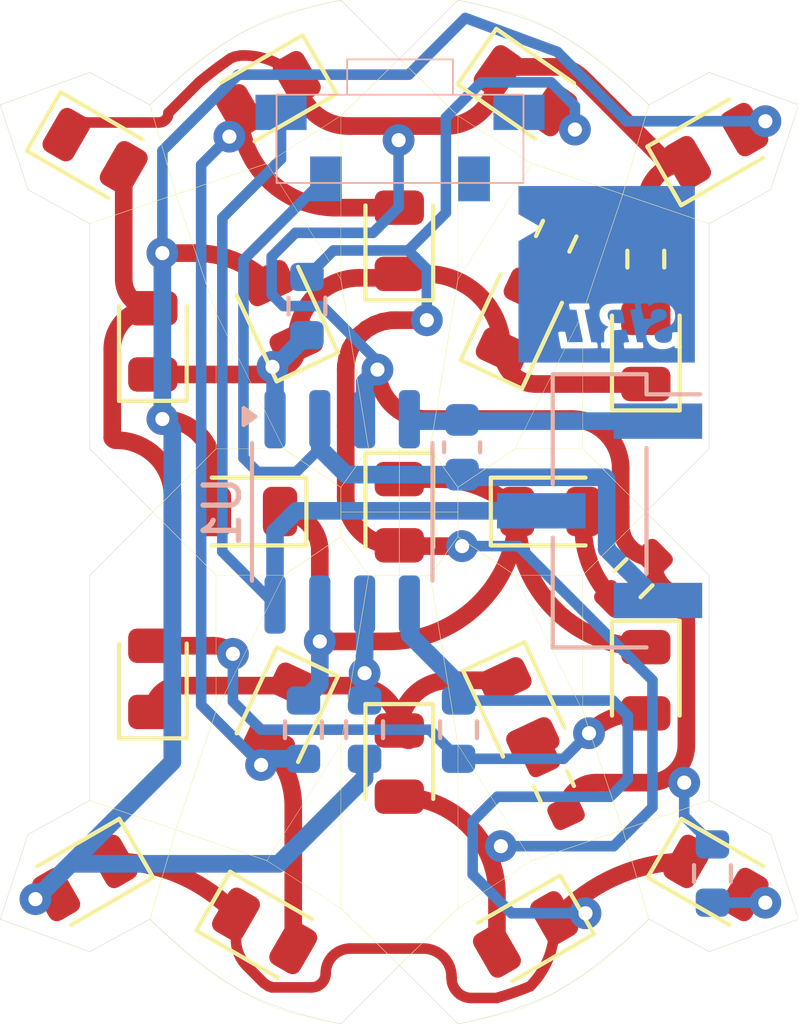
<source format=kicad_pcb>
(kicad_pcb (version 20240108) (generator "pcbnew") (generator_version "8.0")
  (layers (0 "F.Cu" signal) (31 "B.Cu" signal) (34 "B.Paste" user) (35 "F.Paste" user) (36 "B.SilkS" user "B.Silkscreen") (37 "F.SilkS" user "F.Silkscreen") (38 "B.Mask" user) (39 "F.Mask" user) (44 "Edge.Cuts" user))
  (net 0 "")
  (net 1 "GND")
  (net 2 "VCC")
  (net 3 "PC1")
  (net 4 "Net-(D1-A)")
  (net 5 "Net-(D15-A)")
  (net 6 "Net-(D11-A)")
  (net 7 "Net-(D4-A)")
  (net 8 "PC2")
  (net 9 "Net-(D8-A)")
  (net 10 "PC4")
  (net 11 "Net-(D12-A)")
  (net 12 "PA1")
  (net 13 "Net-(D16-A)")
  (net 14 "Net-(D17-A)")
  (net 15 "PA2")
  (net 16 "SWIO")
  (net 17 "Net-(D13-A)")
  (footprint "LED_SMD:LED_0805_2012Metric" (layer "F.Cu") (at 107.01 80.7 -90)
    (property "Reference" "D9" (hide yes))
    (property "Value" "LED_45deg" (hide yes))
  )
  (footprint "LED_SMD:LED_0805_2012Metric" (layer "F.Cu") (at 108.992165 65.57 30)
    (property "Reference" "D19" (hide yes))
    (property "Value" "LED_45deg" (hide yes))
  )
  (footprint "LED_SMD:LED_0805_2012Metric" (layer "F.Cu") (at 91.392165 65.71308 -30)
    (property "Reference" "D18" (hide yes))
    (property "Value" "LED_45deg" (hide yes))
  )
  (footprint "Resistor_SMD:R_0603_1608Metric" (layer "F.Cu") (at 104.46866 68.122296 -115)
    (property "Reference" "R8" (hide yes))
    (property "Value" "R_Small" (hide yes))
  )
  (footprint "LED_SMD:LED_0805_2012Metric" (layer "F.Cu") (at 96.2 87.8 -30)
    (property "Reference" "D2" (hide yes))
    (property "Value" "LED_45deg" (hide yes))
  )
  (footprint "LED_SMD:LED_0805_2012Metric" (layer "F.Cu") (at 103.6 64 -35)
    (property "Reference" "D21" (hide yes))
    (property "Value" "LED_45deg" (hide yes))
  )
  (footprint "Resistor_SMD:R_0603_1608Metric" (layer "F.Cu") (at 104.4 83.7 115)
    (property "Reference" "R6" (hide yes))
    (property "Value" "R_Small" (hide yes))
  )
  (footprint "LED_SMD:LED_0805_2012Metric" (layer "F.Cu") (at 109 86.3 -30)
    (property "Reference" "D4" (hide yes))
    (property "Value" "LED_45deg" (hide yes))
  )
  (footprint "Resistor_SMD:R_0603_1608Metric" (layer "F.Cu") (at 107.01 68.77 -90)
    (property "Reference" "R9" (hide yes))
    (property "Value" "R_Small" (hide yes))
  )
  (footprint "LED_SMD:LED_0805_2012Metric" (layer "F.Cu") (at 100.02 83.06 -90)
    (property "Reference" "D7" (hide yes))
    (property "Value" "LED_45deg" (hide yes))
  )
  (footprint "LED_SMD:LED_0805_2012Metric" (layer "F.Cu") (at 100.02 75.94 -90)
    (property "Reference" "D11" (hide yes))
    (property "Value" "LED_45deg" (hide yes))
  )
  (footprint "Resistor_SMD:R_0603_1608Metric" (layer "F.Cu") (at 106.66 77.81 -135)
    (property "Reference" "R7" (hide yes))
    (property "Value" "R_Small" (hide yes))
  )
  (footprint "LED_SMD:LED_0805_2012Metric" (layer "F.Cu") (at 104.3 75.92)
    (property "Reference" "D12" (hide yes))
    (property "Value" "LED_45deg" (hide yes))
  )
  (footprint "LED_SMD:LED_0805_2012Metric" (layer "F.Cu") (at 103.6 87.9 -150)
    (property "Reference" "D3" (hide yes))
    (property "Value" "LED_45deg" (hide yes))
  )
  (footprint "LED_SMD:LED_0805_2012Metric" (layer "F.Cu") (at 95.7 75.92 180)
    (property "Reference" "D10" (hide yes))
    (property "Value" "LED_45deg" (hide yes))
  )
  (footprint "LED_SMD:LED_0805_2012Metric" (layer "F.Cu") (at 93.03 71.1 90)
    (property "Reference" "D13" (hide yes))
    (property "Value" "LED_45deg" (hide yes))
  )
  (footprint "LED_SMD:LED_0805_2012Metric" (layer "F.Cu") (at 103.34 70.51 65)
    (property "Reference" "D16" (hide yes))
    (property "Value" "LED_45deg" (hide yes))
  )
  (footprint "LED_SMD:LED_0805_2012Metric" (layer "F.Cu") (at 100.02 68.25 90)
    (property "Reference" "D15" (hide yes))
    (property "Value" "LED_45deg" (hide yes))
  )
  (footprint "LED_SMD:LED_0805_2012Metric" (layer "F.Cu") (at 96.7 81.701879 -115)
    (property "Reference" "D6" (hide yes))
    (property "Value" "LED_45deg" (hide yes))
  )
  (footprint "LED_SMD:LED_0805_2012Metric" (layer "F.Cu") (at 96.3 64.1 -150)
    (property "Reference" "D20" (hide yes))
    (property "Value" "LED_45deg" (hide yes))
  )
  (footprint "LED_SMD:LED_0805_2012Metric" (layer "F.Cu") (at 93.03 80.66 90)
    (property "Reference" "D5" (hide yes))
    (property "Value" "LED_45deg" (hide yes))
  )
  (footprint "LED_SMD:LED_0805_2012Metric" (layer "F.Cu") (at 103.41 81.55 -65)
    (property "Reference" "D8" (hide yes))
    (property "Value" "LED_45deg" (hide yes))
  )
  (footprint "LED_SMD:LED_0805_2012Metric" (layer "F.Cu") (at 91.1 86.3 -150)
    (property "Reference" "D1" (hide yes))
    (property "Value" "LED_45deg" (hide yes))
  )
  (footprint "LED_SMD:LED_0805_2012Metric" (layer "F.Cu") (at 96.7 70.3 115)
    (property "Reference" "D14" (hide yes))
    (property "Value" "LED_45deg" (hide yes))
  )
  (footprint "LED_SMD:LED_0805_2012Metric" (layer "F.Cu") (at 107.01 71.37 90)
    (property "Reference" "D17" (hide yes))
    (property "Value" "LED_45deg" (hide yes))
  )
  (footprint "Resistor_SMD:R_0603_1608Metric" (layer "B.Cu") (at 108.9 86.175 -90)
    (property "Reference" "R5" (hide yes))
    (property "Value" "R_Small" (hide yes))
  )
  (footprint "Resistor_SMD:R_0603_1608Metric" (layer "B.Cu") (at 97.3 82.1 -90)
    (property "Reference" "R3" (hide yes))
    (property "Value" "R" (hide yes))
  )
  (footprint "Connector_PinHeader_2.54mm:PinHeader_1x03_P2.54mm_Vertical_SMD_Pin1Left" (layer "B.Cu") (at 105.7 75.9 180)
    (property "Reference" "J1" (hide yes))
    (property "Value" "Conn_01x03" (hide yes))
  )
  (footprint "Resistor_SMD:R_0603_1608Metric" (layer "B.Cu") (at 97.4 70.1 90)
    (property "Reference" "R4" (hide yes))
    (property "Value" "R" (hide yes))
  )
  (footprint "Package_SO:SOP-8_3.9x4.9mm_P1.27mm" (layer "B.Cu") (at 98.4 75.93 -90)
    (property "Reference" "U1")
    (property "Value" "CH32V003JxMx" (hide yes))
  )
  (footprint "Resistor_SMD:R_0603_1608Metric" (layer "B.Cu") (at 99.035 82.1 -90)
    (property "Reference" "R2" (hide yes))
    (property "Value" "R" (hide yes))
  )
  (footprint "Capacitor_SMD:C_0603_1608Metric" (layer "B.Cu") (at 101.8 74.1 -90)
    (property "Reference" "C1" (hide yes))
    (property "Value" "1uF" (hide yes))
  )
  (footprint "my:KLS7-TS3606" (layer "B.Cu") (at 100.04 65.6125)
    (property "Reference" "SW1" (hide yes))
    (property "Value" "SW_Push" (hide yes))
  )
  (footprint "Resistor_SMD:R_0603_1608Metric" (layer "B.Cu") (at 101.7 82.1 -90)
    (property "Reference" "R1" (hide yes))
    (property "Value" "R" (hide yes))
  )
  (footprint "my-logos:SRL_small_100_2" (layer "B.Cu") (at 105.9 69.2 180)
    (property "Reference" "G***" (hide yes))
    (property "Value" "LOGO" (hide yes))
  )
  (gr_line (start 101.558849 87.283433) (end 101.605014 87.238647) (stroke (width 0.01)) (layer "F.SilkS"))
  (gr_line (start 107.057144 87.508417) (end 107.038778 87.527636) (stroke (width 0.01)) (layer "F.SilkS"))
  (gr_line (start 101.782254 61.454804) (end 101.8196 61.462273) (stroke (width 0.01)) (layer "F.SilkS"))
  (gr_line (start 98.378197 61.468732) (end 98.412173 61.493891) (stroke (width 0.01)) (layer "F.SilkS"))
  (gr_line (start 93.215612 87.726598) (end 93.164899 87.678874) (stroke (width 0.01)) (layer "F.SilkS"))
  (gr_line (start 103.590941 65.938563) (end 103.503203 65.881897) (stroke (width 0.01)) (layer "F.SilkS"))
  (gr_line (start 96.260357 66.061733) (end 96.250104 66.065208) (stroke (width 0.01)) (layer "F.SilkS"))
  (gr_line (start 98.234997 61.460081) (end 98.270264 61.45305) (stroke (width 0.01)) (layer "F.SilkS"))
  (gr_line (start 99.993714 63.122568) (end 99.968551 63.146974) (stroke (width 0.01)) (layer "F.SilkS"))
  (gr_line (start 100.917675 62.199364) (end 101.053 62.064025) (stroke (width 0.01)) (layer "F.SilkS"))
  (gr_line (start 93.257934 86.397504) (end 93.319249 86.188305) (stroke (width 0.01)) (layer "F.SilkS"))
  (gr_line (start 99.644018 89.152339) (end 99.527022 89.269334) (stroke (width 0.01)) (layer "F.SilkS"))
  (gr_line (start 102.886635 90.170086) (end 102.7523 90.203235) (stroke (width 0.01)) (layer "F.SilkS"))
  (gr_line (start 103.8482 85.785925) (end 103.899295 85.768606) (stroke (width 0.01)) (layer "F.SilkS"))
  (gr_line (start 93.686431 66.934212) (end 92.943669 64.4) (stroke (width 0.01)) (layer "F.SilkS"))
  (gr_line (start 96.330045 61.959273) (end 96.462222 61.908339) (stroke (width 0.01)) (layer "F.SilkS"))
  (gr_line (start 93.423688 66.037766) (end 93.36387 65.833675) (stroke (width 0.01)) (layer "F.SilkS"))
  (gr_line (start 95.745269 85.633268) (end 95.890434 85.682465) (stroke (width 0.01)) (layer "F.SilkS"))
  (gr_line (start 104.927808 85.419995) (end 105.141152 85.347683) (stroke (width 0.01)) (layer "F.SilkS"))
  (gr_line (start 98.405665 64.662843) (end 98.383763 64.684087) (stroke (width 0.01)) (layer "F.SilkS"))
  (gr_line (start 93.048976 87.569441) (end 93.02154 87.543472) (stroke (width 0.01)) (layer "F.SilkS"))
  (gr_line (start 94.822624 70.29852) (end 93.686431 66.934212) (stroke (width 0.01)) (layer "F.SilkS"))
  (gr_line (start 108.804199 84.105257) (end 108.804199 77.726318) (stroke (width 0.01)) (layer "F.SilkS"))
  (gr_line (start 98.361426 75.934868) (end 100.021962 75.934868) (stroke (width 0.01)) (layer "F.SilkS"))
  (gr_line (start 106.604118 66.091582) (end 106.549235 66.278835) (stroke (width 0.01)) (layer "F.SilkS"))
  (gr_line (start 103.61825 61.921917) (end 103.749054 61.973695) (stroke (width 0.01)) (layer "F.SilkS"))
  (gr_line (start 97.277354 86.463538) (end 97.450745 86.575543) (stroke (width 0.01)) (layer "F.SilkS"))
  (gr_line (start 106.348078 66.931137) (end 106.33226 66.925775) (stroke (width 0.01)) (layer "F.SilkS"))
  (gr_line (start 106.36613 84.96617) (end 106.375333 84.997569) (stroke (width 0.01)) (layer "F.SilkS"))
  (gr_line (start 106.357148 84.935525) (end 103.779528 85.809201) (stroke (width 0.01)) (layer "F.SilkS"))
  (gr_line (start 103.445081 90.008976) (end 103.305611 90.053682) (stroke (width 0.01)) (layer "F.SilkS"))
  (gr_line (start 94.54361 85.226024) (end 94.748504 85.295463) (stroke (width 0.01)) (layer "F.SilkS"))
  (gr_line (start 100.011399 88.784957) (end 99.997204 88.799152) (stroke (width 0.01)) (layer "F.SilkS"))
  (gr_line (start 95.379971 85.509468) (end 95.572832 85.574829) (stroke (width 0.01)) (layer "F.SilkS"))
  (gr_line (start 110.551896 85.066439) (end 108.804199 84.105257) (stroke (width 0.01)) (layer "F.SilkS"))
  (gr_line (start 106.260573 66.901472) (end 106.197738 66.88017) (stroke (width 0.01)) (layer "F.SilkS"))
  (gr_line (start 100.025161 63.09197) (end 100.032522 63.084609) (stroke (width 0.01)) (layer "F.SilkS"))
  (gr_line (start 106.513074 85.467524) (end 106.563677 85.640175) (stroke (width 0.01)) (layer "F.SilkS"))
  (gr_line (start 92.993863 87.304177) (end 93.018415 87.215852) (stroke (width 0.01)) (layer "F.SilkS"))
  (gr_line (start 101.693498 90.415577) (end 101.665396 90.400994) (stroke (width 0.01)) (layer "F.SilkS"))
  (gr_line (start 101.96169 90.378432) (end 101.902568 90.390585) (stroke (width 0.01)) (layer "F.SilkS"))
  (gr_line (start 103.062834 61.745617) (end 103.203332 61.785195) (stroke (width 0.01)) (layer "F.SilkS"))
  (gr_line (start 106.663152 65.890164) (end 106.604118 66.091582) (stroke (width 0.01)) (layer "F.SilkS"))
  (gr_line (start 106.951917 87.609908) (end 106.911794 87.647803) (stroke (width 0.01)) (layer "F.SilkS"))
  (gr_line (start 93.051421 87.102128) (end 93.093239 86.959421) (stroke (width 0.01)) (layer "F.SilkS"))
  (gr_line (start 96.371107 65.991432) (end 96.326705 66.020114) (stroke (width 0.01)) (layer "F.SilkS"))
  (gr_line (start 94.304589 66.724676) (end 94.142515 66.779614) (stroke (width 0.01)) (layer "F.SilkS"))
  (gr_line (start 105.532525 63.014332) (end 105.641915 63.095537) (stroke (width 0.01)) (layer "F.SilkS"))
  (gr_line (start 93.028499 64.319641) (end 93.05739 64.292289) (stroke (width 0.01)) (layer "F.SilkS"))
  (gr_line (start 104.452615 62.332123) (end 104.56153 62.3964) (stroke (width 0.01)) (layer "F.SilkS"))
  (gr_line (start 98.29178 90.420388) (end 98.261381 90.414877) (stroke (width 0.01)) (layer "F.SilkS"))
  (gr_line (start 97.385985 90.225643) (end 97.255436 90.194465) (stroke (width 0.01)) (layer "F.SilkS"))
  (gr_line (start 101.641446 61.485863) (end 101.673513 61.463792) (stroke (width 0.01)) (layer "F.SilkS"))
  (gr_line (start 101.29928 61.817719) (end 101.401263 61.715726) (stroke (width 0.01)) (layer "F.SilkS"))
  (gr_line (start 101.8196 61.462273) (end 101.864726 61.471354) (stroke (width 0.01)) (layer "F.SilkS"))
  (gr_line (start 99.997204 88.799152) (end 99.973933 88.822424) (stroke (width 0.01)) (layer "F.SilkS"))
  (gr_line (start 106.183404 63.546629) (end 106.284654 63.637684) (stroke (width 0.01)) (layer "F.SilkS"))
  (gr_line (start 101.903949 64.849001) (end 101.828885 64.80052) (stroke (width 0.01)) (layer "F.SilkS"))
  (gr_line (start 99.673371 62.746615) (end 99.769492 62.842726) (stroke (width 0.01)) (layer "F.SilkS"))
  (gr_line (start 97.105122 86.352282) (end 97.277354 86.463538) (stroke (width 0.01)) (layer "F.SilkS"))
  (gr_line (start 97.291603 61.666237) (end 97.42051 61.635788) (stroke (width 0.01)) (layer "F.SilkS"))
  (gr_line (start 99.263557 89.532799) (end 99.126063 89.670294) (stroke (width 0.01)) (layer "F.SilkS"))
  (gr_line (start 106.375333 84.997569) (end 106.389325 85.04531) (stroke (width 0.01)) (layer "F.SilkS"))
  (gr_line (start 108.804199 67.764308) (end 106.357148 66.934212) (stroke (width 0.01)) (layer "F.SilkS"))
  (gr_line (start 105.082909 66.502228) (end 104.870127 66.430092) (stroke (width 0.01)) (layer "F.SilkS"))
  (gr_line (start 105.55375 85.207834) (end 105.739073 85.145019) (stroke (width 0.01)) (layer "F.SilkS"))
  (gr_line (start 96.786804 86.146659) (end 96.939716 86.245436) (stroke (width 0.01)) (layer "F.SilkS"))
  (gr_line (start 100.645088 62.471979) (end 100.780209 62.336844) (stroke (width 0.01)) (layer "F.SilkS"))
  (gr_line (start 100.050204 88.746997) (end 100.075362 88.722591) (stroke (width 0.01)) (layer "F.SilkS"))
  (gr_line (start 99.008877 87.791787) (end 99.144786 87.923607) (stroke (width 0.01)) (layer "F.SilkS"))
  (gr_line (start 97.759051 61.559904) (end 97.853262 61.539461) (stroke (width 0.01)) (layer "F.SilkS"))
  (gr_line (start 106.802128 86.453739) (end 106.860714 86.653628) (stroke (width 0.01)) (layer "F.SilkS"))
  (gr_line (start 93.705945 66.927597) (end 93.692846 66.932038) (stroke (width 0.01)) (layer "F.SilkS"))
  (gr_line (start 96.896536 65.652022) (end 96.748013 65.747963) (stroke (width 0.01)) (layer "F.SilkS"))
  (gr_line (start 100.880208 89.632819) (end 100.742936 89.495519) (stroke (width 0.01)) (layer "F.SilkS"))
  (gr_line (start 99.827221 88.969136) (end 99.745206 89.051151) (stroke (width 0.01)) (layer "F.SilkS"))
  (gr_line (start 99.658847 88.422204) (end 99.757535 88.517922) (stroke (width 0.01)) (layer "F.SilkS"))
  (gr_line (start 108.804199 84.105257) (end 106.357148 84.935525) (stroke (width 0.01)) (layer "F.SilkS"))
  (gr_line (start 102.105444 90.348278) (end 102.029237 90.364367) (stroke (width 0.01)) (layer "F.SilkS"))
  (gr_line (start 100.021962 77.726318) (end 100.021962 75.934868) (stroke (width 0.01)) (layer "F.SilkS"))
  (gr_line (start 103.837378 66.079976) (end 103.807439 66.069826) (stroke (width 0.01)) (layer "F.SilkS"))
  (gr_line (start 91.239724 67.764308) (end 93.686431 66.934212) (stroke (width 0.01)) (layer "F.SilkS"))
  (gr_line (start 106.679709 86.036062) (end 106.741123 86.245601) (stroke (width 0.01)) (layer "F.SilkS"))
  (gr_line (start 96.744987 77.726318) (end 98.361426 76.633878) (stroke (width 0.01)) (layer "F.SilkS"))
  (gr_line (start 94.292008 88.688543) (end 94.181961 88.599441) (stroke (width 0.01)) (layer "F.SilkS"))
  (gr_line (start 101.401263 61.715726) (end 101.484255 61.63287) (stroke (width 0.01)) (layer "F.SilkS"))
  (gr_line (start 105.2213 81.571045) (end 106.357148 84.935525) (stroke (width 0.01)) (layer "F.SilkS"))
  (gr_line (start 93.677449 66.903567) (end 93.668247 66.872168) (stroke (width 0.01)) (layer "F.SilkS"))
  (gr_line (start 100.021681 88.774122) (end 100.021962 88.774395) (stroke (width 0.01)) (layer "F.SilkS"))
  (gr_line (start 106.138019 85.009798) (end 106.216973 84.983037) (stroke (width 0.01)) (layer "F.SilkS"))
  (gr_line (start 106.992158 64.767609) (end 106.95034 64.910316) (stroke (width 0.01)) (layer "F.SilkS"))
  (gr_line (start 92.974144 64.48364) (end 92.96716 64.43833) (stroke (width 0.01)) (layer "F.SilkS"))
  (gr_line (start 103.779528 66.060364) (end 106.357148 66.934212) (stroke (width 0.01)) (layer "F.SilkS"))
  (gr_line (start 105.141152 85.347683) (end 105.352121 85.276176) (stroke (width 0.01)) (layer "F.SilkS"))
  (gr_line (start 98.878985 87.665802) (end 99.008877 87.791787) (stroke (width 0.01)) (layer "F.SilkS"))
  (gr_line (start 105.941514 88.533081) (end 105.831996 88.62403) (stroke (width 0.01)) (layer "F.SilkS"))
  (gr_line (start 100.075362 88.722591) (end 100.112246 88.686809) (stroke (width 0.01)) (layer "F.SilkS"))
  (gr_line (start 95.701679 89.601031) (end 95.591308 89.537441) (stroke (width 0.01)) (layer "F.SilkS"))
  (gr_line (start 106.304253 66.91628) (end 106.260573 66.901472) (stroke (width 0.01)) (layer "F.SilkS"))
  (gr_line (start 106.619891 85.831971) (end 106.679709 86.036062) (stroke (width 0.01)) (layer "F.SilkS"))
  (gr_line (start 100.197526 88.949996) (end 100.138108 88.890566) (stroke (width 0.01)) (layer "F.SilkS"))
  (gr_line (start 94.822624 81.571045) (end 94.822624 77.726318) (stroke (width 0.01)) (layer "F.SilkS"))
  (gr_line (start 105.690545 66.708225) (end 105.500084 66.643656) (stroke (width 0.01)) (layer "F.SilkS"))
  (gr_line (start 96.206538 85.789593) (end 96.236481 85.799741) (stroke (width 0.01)) (layer "F.SilkS"))
  (gr_line (start 99.898632 88.654775) (end 99.944806 88.69956) (stroke (width 0.01)) (layer "F.SilkS"))
  (gr_line (start 98.775095 61.848432) (end 98.896179 61.969504) (stroke (width 0.01)) (layer "F.SilkS"))
  (gr_line (start 100.286334 63.351642) (end 100.206929 63.27461) (stroke (width 0.01)) (layer "F.SilkS"))
  (gr_line (start 103.482694 61.873271) (end 103.61825 61.921917) (stroke (width 0.01)) (layer "F.SilkS"))
  (gr_line (start 106.84509 65.269415) (end 106.785645 65.472233) (stroke (width 0.01)) (layer "F.SilkS"))
  (gr_line (start 97.059096 65.547014) (end 96.896536 65.652022) (stroke (width 0.01)) (layer "F.SilkS"))
  (gr_line (start 102.53397 61.615299) (end 102.65791 61.643828) (stroke (width 0.01)) (layer "F.SilkS"))
  (gr_line (start 106.384977 66.839263) (end 106.37239 66.882208) (stroke (width 0.01)) (layer "F.SilkS"))
  (gr_line (start 107.077085 64.413425) (end 107.075234 64.449286) (stroke (width 0.01)) (layer "F.SilkS"))
  (gr_line (start 103.343837 61.827722) (end 103.482694 61.873271) (stroke (width 0.01)) (layer "F.SilkS"))
  (gr_line (start 105.861962 63.270124) (end 105.971159 63.361595) (stroke (width 0.01)) (layer "F.SilkS"))
  (gr_line (start 106.741123 86.245601) (end 106.802128 86.453739) (stroke (width 0.01)) (layer "F.SilkS"))
  (gr_line (start 101.773014 64.764435) (end 101.733503 64.738916) (stroke (width 0.01)) (layer "F.SilkS"))
  (gr_line (start 97.916029 90.343524) (end 97.828484 90.324703) (stroke (width 0.01)) (layer "F.SilkS"))
  (gr_line (start 96.264396 85.809201) (end 93.686431 84.935525) (stroke (width 0.01)) (layer "F.SilkS"))
  (gr_line (start 107.022104 64.326233) (end 107.044324 64.347487) (stroke (width 0.01)) (layer "F.SilkS"))
  (gr_line (start 94.748504 85.295463) (end 94.96084 85.367424) (stroke (width 0.01)) (layer "F.SilkS"))
  (gr_line (start 95.845135 62.189168) (end 95.960886 62.128499) (stroke (width 0.01)) (layer "F.SilkS"))
  (gr_line (start 103.529363 85.970772) (end 103.611129 85.917963) (stroke (width 0.01)) (layer "F.SilkS"))
  (gr_line (start 93.230554 64.12899) (end 93.289545 64.073587) (stroke (width 0.01)) (layer "F.SilkS"))
  (gr_line (start 98.383763 64.684087) (end 98.370632 64.696823) (stroke (width 0.01)) (layer "F.SilkS"))
  (gr_line (start 99.147941 74.143419) (end 100.021962 74.143419) (stroke (width 0.01)) (layer "F.SilkS"))
  (gr_line (start 100.021962 75.934868) (end 100.021962 74.143419) (stroke (width 0.01)) (layer "F.SilkS"))
  (gr_line (start 103.883465 66.0956) (end 103.837378 66.079976) (stroke (width 0.01)) (layer "F.SilkS"))
  (gr_line (start 101.588497 90.338027) (end 101.53354 90.28549) (stroke (width 0.01)) (layer "F.SilkS"))
  (gr_line (start 101.684785 64.707451) (end 101.682371 64.705893) (stroke (width 0.01)) (layer "F.SilkS"))
  (gr_line (start 100.021962 74.143419) (end 100.021962 75.934868) (stroke (width 0.01)) (layer "F.SilkS"))
  (gr_line (start 101.828885 64.80052) (end 101.773014 64.764435) (stroke (width 0.01)) (layer "F.SilkS"))
  (gr_line (start 101.678023 64.701745) (end 101.669587 64.693561) (stroke (width 0.01)) (layer "F.SilkS"))
  (gr_line (start 96.878976 61.774112) (end 97.019182 61.735325) (stroke (width 0.01)) (layer "F.SilkS"))
  (gr_line (start 101.605014 87.238647) (end 101.637923 87.206721) (stroke (width 0.01)) (layer "F.SilkS"))
  (gr_line (start 105.2213 77.726318) (end 107.01275 75.934868) (stroke (width 0.01)) (layer "F.SilkS"))
  (gr_line (start 93.685499 66.931033) (end 93.682866 66.922047) (stroke (width 0.01)) (layer "F.SilkS"))
  (gr_line (start 101.902568 90.390585) (end 101.851634 90.400933) (stroke (width 0.01)) (layer "F.SilkS"))
  (gr_line (start 96.296727 66.039479) (end 96.278341 66.051355) (stroke (width 0.01)) (layer "F.SilkS"))
  (gr_line (start 106.112264 66.851193) (end 106.000669 66.813361) (stroke (width 0.01)) (layer "F.SilkS"))
  (gr_line (start 101.851634 90.400933) (end 101.808653 90.409586) (stroke (width 0.01)) (layer "F.SilkS"))
  (gr_line (start 102.38839 90.28678) (end 102.284785 90.309594) (stroke (width 0.01)) (layer "F.SilkS"))
  (gr_line (start 96.094718 85.751697) (end 96.160445 85.773972) (stroke (width 0.01)) (layer "F.SilkS"))
  (gr_line (start 92.977323 87.371057) (end 92.993863 87.304177) (stroke (width 0.01)) (layer "F.SilkS"))
  (gr_line (start 94.489937 66.661849) (end 94.304589 66.724676) (stroke (width 0.01)) (layer "F.SilkS"))
  (gr_line (start 94.83653 89.077638) (end 94.728558 89.006522) (stroke (width 0.01)) (layer "F.SilkS"))
  (gr_line (start 100.230163 88.572415) (end 100.315677 88.489457) (stroke (width 0.01)) (layer "F.SilkS"))
  (gr_line (start 100.021535 88.774822) (end 100.018762 88.777595) (stroke (width 0.01)) (layer "F.SilkS"))
  (gr_line (start 100.895638 74.143419) (end 101.682153 69.337166) (stroke (width 0.01)) (layer "F.SilkS"))
  (gr_line (start 107.049717 64.56556) (end 107.025164 64.653885) (stroke (width 0.01)) (layer "F.SilkS"))
  (gr_line (start 101.91787 61.482157) (end 101.979266 61.494794) (stroke (width 0.01)) (layer "F.SilkS"))
  (gr_line (start 93.688391 84.936189) (end 93.695502 84.938599) (stroke (width 0.01)) (layer "F.SilkS"))
  (gr_line (start 93.164899 87.678874) (end 93.120396 87.636921) (stroke (width 0.01)) (layer "F.SilkS"))
  (gr_line (start 104.640145 89.426196) (end 104.531939 89.490742) (stroke (width 0.01)) (layer "F.SilkS"))
  (gr_line (start 99.62379 63.481363) (end 99.504403 63.597159) (stroke (width 0.01)) (layer "F.SilkS"))
  (gr_line (start 100.093883 88.846331) (end 100.062608 88.815049) (stroke (width 0.01)) (layer "F.SilkS"))
  (gr_line (start 97.625561 90.280135) (end 97.509911 90.254174) (stroke (width 0.01)) (layer "F.SilkS"))
  (gr_line (start 101.375252 90.127966) (end 101.26857 90.021262) (stroke (width 0.01)) (layer "F.SilkS"))
  (gr_line (start 93.686431 84.935525) (end 94.822624 81.571045) (stroke (width 0.01)) (layer "F.SilkS"))
  (gr_line (start 97.655468 61.582703) (end 97.759051 61.559904) (stroke (width 0.01)) (layer "F.SilkS"))
  (gr_line (start 93.931348 85.018528) (end 94.042957 85.056352) (stroke (width 0.01)) (layer "F.SilkS"))
  (gr_line (start 103.713879 89.910268) (end 103.581702 89.961193) (stroke (width 0.01)) (layer "F.SilkS"))
  (gr_line (start 103.611129 85.917963) (end 103.672799 85.878133) (stroke (width 0.01)) (layer "F.SilkS"))
  (gr_line (start 106.860714 86.653628) (end 106.914875 86.83842) (stroke (width 0.01)) (layer "F.SilkS"))
  (gr_line (start 105.641915 63.095537) (end 105.751916 63.181022) (stroke (width 0.01)) (layer "F.SilkS"))
  (gr_line (start 95.591308 89.537441) (end 95.482393 89.473164) (stroke (width 0.01)) (layer "F.SilkS"))
  (gr_line (start 106.50051 66.445077) (end 106.45987 66.583737) (stroke (width 0.01)) (layer "F.SilkS"))
  (gr_line (start 102.469369 86.655381) (end 102.640072 86.545131) (stroke (width 0.01)) (layer "F.SilkS"))
  (gr_line (start 101.653911 64.678354) (end 101.628753 64.653948) (stroke (width 0.01)) (layer "F.SilkS"))
  (gr_line (start 111.343924 64.4) (end 108.804199 63.482399) (stroke (width 0.01)) (layer "F.SilkS"))
  (gr_line (start 96.425674 89.947617) (end 96.29487 89.895848) (stroke (width 0.01)) (layer "F.SilkS"))
  (gr_line (start 103.203332 61.785195) (end 103.343837 61.827722) (stroke (width 0.01)) (layer "F.SilkS"))
  (gr_line (start 97.119918 90.160567) (end 96.981084 90.123872) (stroke (width 0.01)) (layer "F.SilkS"))
  (gr_line (start 97.019182 61.735325) (end 97.157276 61.699392) (stroke (width 0.01)) (layer "F.SilkS"))
  (gr_line (start 95.960886 62.128499) (end 96.079917 62.069716) (stroke (width 0.01)) (layer "F.SilkS"))
  (gr_line (start 108.804199 63.482399) (end 107.099911 64.4) (stroke (width 0.01)) (layer "F.SilkS"))
  (gr_line (start 101.682153 87.163813) (end 101.682693 87.163464) (stroke (width 0.01)) (layer "F.SilkS"))
  (gr_line (start 93.994394 63.428891) (end 94.102409 63.336485) (stroke (width 0.01)) (layer "F.SilkS"))
  (gr_line (start 99.968551 63.146974) (end 99.931659 63.182756) (stroke (width 0.01)) (layer "F.SilkS"))
  (gr_line (start 98.402148 90.383864) (end 98.370081 90.405933) (stroke (width 0.01)) (layer "F.SilkS"))
  (gr_line (start 102.049152 61.509374) (end 102.127762 61.526009) (stroke (width 0.01)) (layer "F.SilkS"))
  (gr_line (start 107.099911 64.4) (end 106.357148 66.934212) (stroke (width 0.01)) (layer "F.SilkS"))
  (gr_line (start 98.317977 90.422118) (end 98.29178 90.420388) (stroke (width 0.01)) (layer "F.SilkS"))
  (gr_line (start 96.598842 61.860544) (end 96.738312 61.815827) (stroke (width 0.01)) (layer "F.SilkS"))
  (gr_line (start 105.352121 85.276176) (end 105.55375 85.207834) (stroke (width 0.01)) (layer "F.SilkS"))
  (gr_line (start 100.022389 63.094743) (end 100.025161 63.09197) (stroke (width 0.01)) (layer "F.SilkS"))
  (gr_line (start 106.636247 63.962986) (end 106.707124 64.029365) (stroke (width 0.01)) (layer "F.SilkS"))
  (gr_line (start 104.343184 85.618152) (end 104.521858 85.557591) (stroke (width 0.01)) (layer "F.SilkS"))
  (gr_line (start 98.300771 64.744933) (end 98.257086 64.773152) (stroke (width 0.01)) (layer "F.SilkS"))
  (gr_line (start 100.895638 77.726318) (end 101.682153 76.633878) (stroke (width 0.01)) (layer "F.SilkS"))
  (gr_line (start 106.350734 84.937699) (end 106.356075 84.935889) (stroke (width 0.01)) (layer "F.SilkS"))
  (gr_line (start 98.192039 61.468711) (end 98.234997 61.460081) (stroke (width 0.01)) (layer "F.SilkS"))
  (gr_line (start 101.742818 87.124632) (end 101.78651 87.096413) (stroke (width 0.01)) (layer "F.SilkS"))
  (gr_line (start 92.968352 87.420448) (end 92.977323 87.371057) (stroke (width 0.01)) (layer "F.SilkS"))
  (gr_line (start 100.761545 63.812653) (end 100.627092 63.682217) (stroke (width 0.01)) (layer "F.SilkS"))
  (gr_line (start 106.754265 87.796035) (end 106.688499 87.857699) (stroke (width 0.01)) (layer "F.SilkS"))
  (gr_line (start 98.361426 87.163813) (end 100.021962 88.774395) (stroke (width 0.01)) (layer "F.SilkS"))
  (gr_line (start 94.944232 89.146423) (end 94.83653 89.077638) (stroke (width 0.01)) (layer "F.SilkS"))
  (gr_line (start 105.2213 77.726318) (end 105.2213 81.571045) (stroke (width 0.01)) (layer "F.SilkS"))
  (gr_line (start 101.284064 64.319559) (end 101.164702 64.203762) (stroke (width 0.01)) (layer "F.SilkS"))
  (gr_line (start 93.688355 63.702316) (end 93.786468 63.613061) (stroke (width 0.01)) (layer "F.SilkS"))
  (gr_line (start 102.938663 65.517282) (end 102.766403 65.406026) (stroke (width 0.01)) (layer "F.SilkS"))
  (gr_line (start 105.739073 85.145019) (end 105.901125 85.090092) (stroke (width 0.01)) (layer "F.SilkS"))
  (gr_line (start 105.612018 88.796589) (end 105.502795 88.876684) (stroke (width 0.01)) (layer "F.SilkS"))
  (gr_line (start 100.021962 77.726318) (end 99.147941 77.726318) (stroke (width 0.01)) (layer "F.SilkS"))
  (gr_line (start 88.7 64.4) (end 89.492028 66.803126) (stroke (width 0.01)) (layer "F.SilkS"))
  (gr_line (start 102.307297 86.760057) (end 102.469369 86.655381) (stroke (width 0.01)) (layer "F.SilkS"))
  (gr_line (start 106.257444 88.25651) (end 106.155137 88.348067) (stroke (width 0.01)) (layer "F.SilkS"))
  (gr_line (start 96.236481 85.799741) (end 96.253758 85.805596) (stroke (width 0.01)) (layer "F.SilkS"))
  (gr_line (start 93.02154 87.543472) (end 92.999301 87.522227) (stroke (width 0.01)) (layer "F.SilkS"))
  (gr_line (start 101.733503 64.738916) (end 101.707516 64.722133) (stroke (width 0.01)) (layer "F.SilkS"))
  (gr_line (start 93.142922 86.78991) (end 93.198489 86.600322) (stroke (width 0.01)) (layer "F.SilkS"))
  (gr_line (start 103.39181 65.809952) (end 103.257034 65.722906) (stroke (width 0.01)) (layer "F.SilkS"))
  (gr_line (start 101.682153 75.934868) (end 100.021962 75.934868) (stroke (width 0.01)) (layer "F.SilkS"))
  (gr_line (start 100.29866 62.818443) (end 100.399827 62.717265) (stroke (width 0.01)) (layer "F.SilkS"))
  (gr_line (start 94.184011 85.104155) (end 94.353123 85.161468) (stroke (width 0.01)) (layer "F.SilkS"))
  (gr_line (start 102.029237 90.364367) (end 101.96169 90.378432) (stroke (width 0.01)) (layer "F.SilkS"))
  (gr_line (start 100.500082 63.559003) (end 100.385001 63.447361) (stroke (width 0.01)) (layer "F.SilkS"))
  (gr_line (start 98.502592 87.300732) (end 98.56967 87.365793) (stroke (width 0.01)) (layer "F.SilkS"))
  (gr_line (start 101.669587 64.693561) (end 101.653911 64.678354) (stroke (width 0.01)) (layer "F.SilkS"))
  (gr_line (start 101.682153 75.934868) (end 101.682153 76.633878) (stroke (width 0.01)) (layer "F.SilkS"))
  (gr_line (start 97.450745 86.575543) (end 97.619628 86.684636) (stroke (width 0.01)) (layer "F.SilkS"))
  (gr_line (start 93.682866 66.922047) (end 93.677449 66.903567) (stroke (width 0.01)) (layer "F.SilkS"))
  (gr_line (start 94.90259 66.521973) (end 94.691593 66.593494) (stroke (width 0.01)) (layer "F.SilkS"))
  (gr_line (start 89.492028 66.803126) (end 91.239724 67.764308) (stroke (width 0.01)) (layer "F.SilkS"))
  (gr_line (start 96.264247 85.80915) (end 96.264419 85.809216) (stroke (width 0.01)) (layer "F.SilkS"))
  (gr_line (start 105.070351 89.164846) (end 104.962845 89.231411) (stroke (width 0.01)) (layer "F.SilkS"))
  (gr_line (start 97.403665 65.324434) (end 97.230028 65.436597) (stroke (width 0.01)) (layer "F.SilkS"))
  (gr_line (start 106.357712 66.932286) (end 106.357169 66.934141) (stroke (width 0.01)) (layer "F.SilkS"))
  (gr_line (start 93.439461 85.778155) (end 93.494344 85.590902) (stroke (width 0.01)) (layer "F.SilkS"))
  (gr_line (start 95.700664 66.251451) (end 95.521966 66.312024) (stroke (width 0.01)) (layer "F.SilkS"))
  (gr_line (start 100.024563 63.097693) (end 100.022243 63.095442) (stroke (width 0.01)) (layer "F.SilkS"))
  (gr_line (start 106.357169 66.934141) (end 106.357075 66.934187) (stroke (width 0.01)) (layer "F.SilkS"))
  (gr_line (start 100.895638 77.726318) (end 100.021962 77.726318) (stroke (width 0.01)) (layer "F.SilkS"))
  (gr_line (start 101.681872 87.164085) (end 101.682153 87.163813) (stroke (width 0.01)) (layer "F.SilkS"))
  (gr_line (start 106.962604 87.001266) (end 107.002024 87.135889) (stroke (width 0.01)) (layer "F.SilkS"))
  (gr_line (start 98.66839 61.741739) (end 98.775095 61.848432) (stroke (width 0.01)) (layer "F.SilkS"))
  (gr_line (start 95.173651 85.439546) (end 95.379971 85.509468) (stroke (width 0.01)) (layer "F.SilkS"))
  (gr_line (start 106.923323 64.232746) (end 106.961849 64.269164) (stroke (width 0.01)) (layer "F.SilkS"))
  (gr_line (start 99.769492 62.842726) (end 99.846361 62.919587) (stroke (width 0.01)) (layer "F.SilkS"))
  (gr_line (start 100.001881 63.075092) (end 100.013991 63.087199) (stroke (width 0.01)) (layer "F.SilkS"))
  (gr_line (start 97.619628 86.684636) (end 97.778336 86.787156) (stroke (width 0.01)) (layer "F.SilkS"))
  (gr_line (start 104.422682 89.554867) (end 104.311818 89.618207) (stroke (width 0.01)) (layer "F.SilkS"))
  (gr_line (start 98.625853 64.44928) (end 98.546432 64.526312) (stroke (width 0.01)) (layer "F.SilkS"))
  (gr_line (start 107.01275 75.934868) (end 108.804199 74.143419) (stroke (width 0.01)) (layer "F.SilkS"))
  (gr_line (start 101.682153 75.235859) (end 100.895638 74.143419) (stroke (width 0.01)) (layer "F.SilkS"))
  (gr_line (start 103.298937 77.726318) (end 105.2213 77.726318) (stroke (width 0.01)) (layer "F.SilkS"))
  (gr_line (start 100.026093 88.770387) (end 100.034529 88.762204) (stroke (width 0.01)) (layer "F.SilkS"))
  (gr_line (start 100.012756 88.765466) (end 100.01936 88.771871) (stroke (width 0.01)) (layer "F.SilkS"))
  (gr_line (start 103.581702 89.961193) (end 103.445081 90.008976) (stroke (width 0.01)) (layer "F.SilkS"))
  (gr_line (start 98.455104 61.531699) (end 98.510071 61.584231) (stroke (width 0.01)) (layer "F.SilkS"))
  (gr_line (start 102.127762 61.526009) (end 102.215333 61.544809) (stroke (width 0.01)) (layer "F.SilkS"))
  (gr_line (start 96.700086 90.04179) (end 96.56123 89.996253) (stroke (width 0.01)) (layer "F.SilkS"))
  (gr_line (start 99.282225 88.056912) (end 99.416706 88.187347) (stroke (width 0.01)) (layer "F.SilkS"))
  (gr_line (start 104.038013 66.147994) (end 103.949183 66.117879) (stroke (width 0.01)) (layer "F.SilkS"))
  (gr_line (start 93.634468 66.756919) (end 93.607885 66.666221) (stroke (width 0.01)) (layer "F.SilkS"))
  (gr_line (start 98.350099 61.454144) (end 98.378197 61.468732) (stroke (width 0.01)) (layer "F.SilkS"))
  (gr_line (start 104.669547 62.460997) (end 104.777186 62.525614) (stroke (width 0.01)) (layer "F.SilkS"))
  (gr_line (start 93.081842 87.600517) (end 93.048976 87.569441) (stroke (width 0.01)) (layer "F.SilkS"))
  (gr_line (start 95.732106 62.251356) (end 95.845135 62.189168) (stroke (width 0.01)) (layer "F.SilkS"))
  (gr_line (start 101.928125 87.004949) (end 102.031716 86.938044) (stroke (width 0.01)) (layer "F.SilkS"))
  (gr_line (start 99.757535 88.517922) (end 99.836956 88.594954) (stroke (width 0.01)) (layer "F.SilkS"))
  (gr_line (start 95.621242 62.314697) (end 95.732106 62.251356) (stroke (width 0.01)) (layer "F.SilkS"))
  (gr_line (start 101.164702 64.203762) (end 101.034836 64.077778) (stroke (width 0.01)) (layer "F.SilkS"))
  (gr_line (start 106.615668 87.92586) (end 106.535553 88.000688) (stroke (width 0.01)) (layer "F.SilkS"))
  (gr_line (start 98.99071 89.805647) (end 98.861986 89.93437) (stroke (width 0.01)) (layer "F.SilkS"))
  (gr_line (start 96.540675 85.987668) (end 96.652051 86.059613) (stroke (width 0.01)) (layer "F.SilkS"))
  (gr_line (start 100.385001 63.447361) (end 100.286334 63.351642) (stroke (width 0.01)) (layer "F.SilkS"))
  (gr_line (start 98.510071 61.584231) (end 98.580153 61.653564) (stroke (width 0.01)) (layer "F.SilkS"))
  (gr_line (start 106.563677 85.640175) (end 106.619891 85.831971) (stroke (width 0.01)) (layer "F.SilkS"))
  (gr_line (start 103.503203 65.881897) (end 103.39181 65.809952) (stroke (width 0.01)) (layer "F.SilkS"))
  (gr_line (start 97.884134 65.014066) (end 97.736385 65.109508) (stroke (width 0.01)) (layer "F.SilkS"))
  (gr_line (start 101.549897 61.568325) (end 101.601267 61.520015) (stroke (width 0.01)) (layer "F.SilkS"))
  (gr_line (start 101.682153 64.705752) (end 100.021962 63.09517) (stroke (width 0.01)) (layer "F.SilkS"))
  (gr_line (start 104.470999 66.294782) (end 104.298585 66.236331) (stroke (width 0.01)) (layer "F.SilkS"))
  (gr_line (start 98.125836 90.387454) (end 98.064468 90.374791) (stroke (width 0.01)) (layer "F.SilkS"))
  (gr_line (start 96.168863 89.841192) (end 96.047097 89.784015) (stroke (width 0.01)) (layer "F.SilkS"))
  (gr_line (start 107.025164 64.653885) (end 106.992158 64.767609) (stroke (width 0.01)) (layer "F.SilkS"))
  (gr_line (start 94.142515 66.779614) (end 94.009729 66.824624) (stroke (width 0.01)) (layer "F.SilkS"))
  (gr_line (start 106.360714 84.94769) (end 106.36613 84.96617) (stroke (width 0.01)) (layer "F.SilkS"))
  (gr_line (start 98.358795 87.162113) (end 98.361208 87.163672) (stroke (width 0.01)) (layer "F.SilkS"))
  (gr_line (start 94.32205 63.157297) (end 94.431905 63.072976) (stroke (width 0.01)) (layer "F.SilkS"))
  (gr_line (start 100.046714 63.070415) (end 100.069981 63.047145) (stroke (width 0.01)) (layer "F.SilkS"))
  (gr_line (start 107.01275 75.934868) (end 105.2213 74.143419) (stroke (width 0.01)) (layer "F.SilkS"))
  (gr_line (start 100.206929 63.27461) (end 100.145266 63.21479) (stroke (width 0.01)) (layer "F.SilkS"))
  (gr_line (start 102.122448 64.990121) (end 102.001041 64.911709) (stroke (width 0.01)) (layer "F.SilkS"))
  (gr_line (start 103.298937 74.143419) (end 101.682153 75.235859) (stroke (width 0.01)) (layer "F.SilkS"))
  (gr_line (start 94.691593 66.593494) (end 94.489937 66.661849) (stroke (width 0.01)) (layer "F.SilkS"))
  (gr_line (start 101.463471 90.21615) (end 101.375252 90.127966) (stroke (width 0.01)) (layer "F.SilkS"))
  (gr_line (start 105.2213 70.29852) (end 103.298937 74.143419) (stroke (width 0.01)) (layer "F.SilkS"))
  (gr_line (start 94.402009 88.774028) (end 94.292008 88.688543) (stroke (width 0.01)) (layer "F.SilkS"))
  (gr_line (start 93.759255 88.231888) (end 93.662444 88.143483) (stroke (width 0.01)) (layer "F.SilkS"))
  (gr_line (start 102.418303 61.589345) (end 102.53397 61.615299) (stroke (width 0.01)) (layer "F.SilkS"))
  (gr_line (start 101.26857 90.021262) (end 101.147511 89.900178) (stroke (width 0.01)) (layer "F.SilkS"))
  (gr_line (start 93.131932 64.221861) (end 93.178103 64.178341) (stroke (width 0.01)) (layer "F.SilkS"))
  (gr_line (start 106.155137 88.348067) (end 106.049527 88.440675) (stroke (width 0.01)) (layer "F.SilkS"))
  (gr_line (start 101.682149 64.705748) (end 101.681462 64.705082) (stroke (width 0.01)) (layer "F.SilkS"))
  (gr_line (start 99.931659 63.182756) (end 99.880796 63.232089) (stroke (width 0.01)) (layer "F.SilkS"))
  (gr_line (start 99.027156 62.100467) (end 99.163538 62.236835) (stroke (width 0.01)) (layer "F.SilkS"))
  (gr_line (start 103.298937 77.726318) (end 105.2213 81.571045) (stroke (width 0.01)) (layer "F.SilkS"))
  (gr_line (start 103.778914 85.809597) (end 103.779527 85.809201) (stroke (width 0.01)) (layer "F.SilkS"))
  (gr_line (start 106.357148 66.934212) (end 105.2213 70.29852) (stroke (width 0.01)) (layer "F.SilkS"))
  (gr_line (start 101.847335 87.057129) (end 101.928125 87.004949) (stroke (width 0.01)) (layer "F.SilkS"))
  (gr_line (start 101.672949 87.172742) (end 101.679552 87.166336) (stroke (width 0.01)) (layer "F.SilkS"))
  (gr_line (start 106.409111 85.112818) (end 106.435695 85.203516) (stroke (width 0.01)) (layer "F.SilkS"))
  (gr_line (start 107.03268 87.242293) (end 107.055004 87.324377) (stroke (width 0.01)) (layer "F.SilkS"))
  (gr_line (start 91.239724 67.764308) (end 91.239724 74.143419) (stroke (width 0.01)) (layer "F.SilkS"))
  (gr_line (start 100.018762 88.777595) (end 100.011399 88.784957) (stroke (width 0.01)) (layer "F.SilkS"))
  (gr_line (start 93.686354 66.933949) (end 93.685499 66.931033) (stroke (width 0.01)) (layer "F.SilkS"))
  (gr_line (start 98.115494 64.864615) (end 98.011921 64.931521) (stroke (width 0.01)) (layer "F.SilkS"))
  (gr_line (start 100.895638 74.143419) (end 100.021962 74.143419) (stroke (width 0.01)) (layer "F.SilkS"))
  (gr_line (start 107.055004 87.324377) (end 107.069439 87.386095) (stroke (width 0.01)) (layer "F.SilkS"))
  (gr_line (start 106.865652 87.691308) (end 106.813229 87.740645) (stroke (width 0.01)) (layer "F.SilkS"))
  (gr_line (start 105.751916 63.181022) (end 105.861962 63.270124) (stroke (width 0.01)) (layer "F.SilkS"))
  (gr_line (start 105.2213 81.571045) (end 106.357148 84.935525) (stroke (width 0.01)) (layer "F.SilkS"))
  (gr_line (start 94.620215 88.932558) (end 94.511399 88.855232) (stroke (width 0.01)) (layer "F.SilkS"))
  (gr_line (start 103.782071 66.061226) (end 103.779677 66.060414) (stroke (width 0.01)) (layer "F.SilkS"))
  (gr_line (start 99.144786 87.923607) (end 99.282225 88.056912) (stroke (width 0.01)) (layer "F.SilkS"))
  (gr_line (start 96.939716 86.245436) (end 97.105122 86.352282) (stroke (width 0.01)) (layer "F.SilkS"))
  (gr_line (start 103.761553 66.048754) (end 103.740283 66.035017) (stroke (width 0.01)) (layer "F.SilkS"))
  (gr_line (start 101.473952 64.503772) (end 101.388439 64.420814) (stroke (width 0.01)) (layer "F.SilkS"))
  (gr_line (start 102.592984 65.294022) (end 102.424073 65.184929) (stroke (width 0.01)) (layer "F.SilkS"))
  (gr_line (start 103.814202 85.797449) (end 103.8482 85.785925) (stroke (width 0.01)) (layer "F.SilkS"))
  (gr_line (start 93.88878 63.521501) (end 93.994394 63.428891) (stroke (width 0.01)) (layer "F.SilkS"))
  (gr_line (start 108.804199 88.387166) (end 111.343924 87.469737) (stroke (width 0.01)) (layer "F.SilkS"))
  (gr_line (start 100.021962 63.09517) (end 100.022389 63.094743) (stroke (width 0.01)) (layer "F.SilkS"))
  (gr_line (start 93.010899 64.627443) (end 92.988576 64.545359) (stroke (width 0.01)) (layer "F.SilkS"))
  (gr_line (start 93.05739 64.292289) (end 93.091782 64.25977) (stroke (width 0.01)) (layer "F.SilkS"))
  (gr_line (start 99.374511 63.723144) (end 99.238601 63.854964) (stroke (width 0.01)) (layer "F.SilkS"))
  (gr_line (start 100.37048 89.122986) (end 100.274379 89.026865) (stroke (width 0.01)) (layer "F.SilkS"))
  (gr_line (start 98.414837 87.215617) (end 98.451728 87.251399) (stroke (width 0.01)) (layer "F.SilkS"))
  (gr_line (start 98.361426 75.235859) (end 98.361426 75.934868) (stroke (width 0.01)) (layer "F.SilkS"))
  (gr_line (start 100.669279 88.146421) (end 100.80516 88.0146) (stroke (width 0.01)) (layer "F.SilkS"))
  (gr_line (start 103.899295 85.768606) (end 103.97097 85.744312) (stroke (width 0.01)) (layer "F.SilkS"))
  (gr_line (start 95.081079 62.638154) (end 95.188546 62.572748) (stroke (width 0.01)) (layer "F.SilkS"))
  (gr_line (start 94.009729 66.824624) (end 93.90559 66.859924) (stroke (width 0.01)) (layer "F.SilkS"))
  (gr_line (start 93.302456 65.624136) (end 93.241452 65.415998) (stroke (width 0.01)) (layer "F.SilkS"))
  (gr_line (start 96.160445 85.773972) (end 96.206538 85.789593) (stroke (width 0.01)) (layer "F.SilkS"))
  (gr_line (start 107.076427 87.431403) (end 107.076411 87.464256) (stroke (width 0.01)) (layer "F.SilkS"))
  (gr_line (start 95.296076 62.507986) (end 95.403779 62.443369) (stroke (width 0.01)) (layer "F.SilkS"))
  (gr_line (start 106.078606 63.454181) (end 106.183404 63.546629) (stroke (width 0.01)) (layer "F.SilkS"))
  (gr_line (start 94.865926 62.772958) (end 94.973572 62.704718) (stroke (width 0.01)) (layer "F.SilkS"))
  (gr_line (start 96.619196 65.831174) (end 96.514519 65.898792) (stroke (width 0.01)) (layer "F.SilkS"))
  (gr_line (start 104.777186 62.525614) (end 104.884689 62.590501) (stroke (width 0.01)) (layer "F.SilkS"))
  (gr_line (start 93.769351 66.906105) (end 93.730286 66.919347) (stroke (width 0.01)) (layer "F.SilkS"))
  (gr_line (start 106.558121 63.88996) (end 106.636247 63.962986) (stroke (width 0.01)) (layer "F.SilkS"))
  (gr_line (start 98.357384 64.708363) (end 98.348087 64.714368) (stroke (width 0.01)) (layer "F.SilkS"))
  (gr_line (start 101.718807 90.421661) (end 101.693498 90.415577) (stroke (width 0.01)) (layer "F.SilkS"))
  (gr_line (start 100.042038 88.794475) (end 100.029931 88.782366) (stroke (width 0.01)) (layer "F.SilkS"))
  (gr_line (start 98.559365 90.236846) (end 98.49371 90.301397) (stroke (width 0.01)) (layer "F.SilkS"))
  (gr_line (start 93.640496 85.092251) (end 93.658602 85.030474) (stroke (width 0.01)) (layer "F.SilkS"))
  (gr_line (start 98.082036 61.491159) (end 98.141131 61.479034) (stroke (width 0.01)) (layer "F.SilkS"))
  (gr_line (start 99.398706 89.39765) (end 99.263557 89.532799) (stroke (width 0.01)) (layer "F.SilkS"))
  (gr_line (start 101.682371 64.705893) (end 101.682149 64.705748) (stroke (width 0.01)) (layer "F.SilkS"))
  (gr_line (start 100.609234 89.361789) (end 100.483586 89.236115) (stroke (width 0.01)) (layer "F.SilkS"))
  (gr_line (start 101.053 62.064025) (end 101.181697 61.935315) (stroke (width 0.01)) (layer "F.SilkS"))
  (gr_line (start 106.355189 66.933548) (end 106.348078 66.931137) (stroke (width 0.01)) (layer "F.SilkS"))
  (gr_line (start 106.033894 85.045091) (end 106.138019 85.009798) (stroke (width 0.01)) (layer "F.SilkS"))
  (gr_line (start 94.541129 62.992881) (end 94.649805 62.916523) (stroke (width 0.01)) (layer "F.SilkS"))
  (gr_line (start 99.891184 88.905172) (end 99.827221 88.969136) (stroke (width 0.01)) (layer "F.SilkS"))
  (gr_line (start 93.607885 66.666221) (end 93.573501 66.548907) (stroke (width 0.01)) (layer "F.SilkS"))
  (gr_line (start 100.01783 63.099177) (end 100.009393 63.107361) (stroke (width 0.01)) (layer "F.SilkS"))
  (gr_line (start 105.971159 63.361595) (end 106.078606 63.454181) (stroke (width 0.01)) (layer "F.SilkS"))
  (gr_line (start 104.311818 89.618207) (end 104.198789 89.680393) (stroke (width 0.01)) (layer "F.SilkS"))
  (gr_line (start 99.416706 88.187347) (end 99.543743 88.310562) (stroke (width 0.01)) (layer "F.SilkS"))
  (gr_line (start 101.016561 89.769201) (end 100.880208 89.632819) (stroke (width 0.01)) (layer "F.SilkS"))
  (gr_line (start 102.312102 61.565884) (end 102.418303 61.589345) (stroke (width 0.01)) (layer "F.SilkS"))
  (gr_line (start 101.59187 64.618166) (end 101.541017 64.568833) (stroke (width 0.01)) (layer "F.SilkS"))
  (gr_line (start 93.668247 66.872168) (end 93.654254 66.824427) (stroke (width 0.01)) (layer "F.SilkS"))
  (gr_line (start 106.357148 84.935525) (end 108.804199 84.105257) (stroke (width 0.01)) (layer "F.SilkS"))
  (gr_line (start 93.615866 85.176285) (end 93.640496 85.092251) (stroke (width 0.01)) (layer "F.SilkS"))
  (gr_line (start 96.462222 61.908339) (end 96.598842 61.860544) (stroke (width 0.01)) (layer "F.SilkS"))
  (gr_line (start 101.744403 90.421322) (end 101.718807 90.421661) (stroke (width 0.01)) (layer "F.SilkS"))
  (gr_line (start 106.961849 64.269164) (end 106.99469 64.300252) (stroke (width 0.01)) (layer "F.SilkS"))
  (gr_line (start 100.895638 77.726318) (end 101.682153 76.633878) (stroke (width 0.01)) (layer "F.SilkS"))
  (gr_line (start 98.580153 61.653564) (end 98.66839 61.741739) (stroke (width 0.01)) (layer "F.SilkS"))
  (gr_line (start 93.031174 75.934868) (end 94.822624 77.726318) (stroke (width 0.01)) (layer "F.SilkS"))
  (gr_line (start 101.631422 90.375836) (end 101.588497 90.338027) (stroke (width 0.01)) (layer "F.SilkS"))
  (gr_line (start 101.673513 61.463792) (end 101.700547 61.451728) (stroke (width 0.01)) (layer "F.SilkS"))
  (gr_line (start 93.683818 84.944442) (end 93.685867 84.937451) (stroke (width 0.01)) (layer "F.SilkS"))
  (gr_line (start 94.822624 77.726318) (end 93.031174 75.934868) (stroke (width 0.01)) (layer "F.SilkS"))
  (gr_line (start 100.021271 63.09584) (end 100.01783 63.099177) (stroke (width 0.01)) (layer "F.SilkS"))
  (gr_line (start 93.272793 87.780316) (end 93.215612 87.726598) (stroke (width 0.01)) (layer "F.SilkS"))
  (gr_line (start 106.470079 85.32083) (end 106.513074 85.467524) (stroke (width 0.01)) (layer "F.SilkS"))
  (gr_line (start 98.655202 87.448751) (end 98.759597 87.550006) (stroke (width 0.01)) (layer "F.SilkS"))
  (gr_line (start 104.521858 85.557591) (end 104.719055 85.490751) (stroke (width 0.01)) (layer "F.SilkS"))
  (gr_line (start 103.779505 66.060349) (end 103.77833 66.05959) (stroke (width 0.01)) (layer "F.SilkS"))
  (gr_line (start 96.265594 85.809975) (end 96.270632 85.813229) (stroke (width 0.01)) (layer "F.SilkS"))
  (gr_line (start 100.021962 74.143419) (end 100.895638 74.143419) (stroke (width 0.01)) (layer "F.SilkS"))
  (gr_line (start 104.855378 89.296817) (end 104.747848 89.361579) (stroke (width 0.01)) (layer "F.SilkS"))
  (gr_line (start 107.061187 64.366482) (end 107.072255 64.387143) (stroke (width 0.01)) (layer "F.SilkS"))
  (gr_line (start 106.000669 66.813361) (end 105.859635 66.765548) (stroke (width 0.01)) (layer "F.SilkS"))
  (gr_line (start 100.152712 62.964406) (end 100.216663 62.900449) (stroke (width 0.01)) (layer "F.SilkS"))
  (gr_line (start 105.423709 62.937007) (end 105.532525 63.014332) (stroke (width 0.01)) (layer "F.SilkS"))
  (gr_line (start 101.682153 82.532226) (end 100.895638 77.726318) (stroke (width 0.01)) (layer "F.SilkS"))
  (gr_line (start 106.99469 64.300252) (end 107.022104 64.326233) (stroke (width 0.01)) (layer "F.SilkS"))
  (gr_line (start 103.964007 89.799838) (end 103.84114 89.856363) (stroke (width 0.01)) (layer "F.SilkS"))
  (gr_line (start 93.671189 84.987529) (end 93.67926 84.959993) (stroke (width 0.01)) (layer "F.SilkS"))
  (gr_line (start 97.938339 61.521262) (end 98.014518 61.505199) (stroke (width 0.01)) (layer "F.SilkS"))
  (gr_line (start 100.898956 63.945957) (end 100.761545 63.812653) (stroke (width 0.01)) (layer "F.SilkS"))
  (gr_line (start 106.381456 63.726094) (end 106.472912 63.810604) (stroke (width 0.01)) (layer "F.SilkS"))
  (gr_line (start 93.120396 87.636921) (end 93.081842 87.600517) (stroke (width 0.01)) (layer "F.SilkS"))
  (gr_line (start 106.357148 66.934212) (end 105.2213 70.29852) (stroke (width 0.01)) (layer "F.SilkS"))
  (gr_line (start 96.202784 62.013185) (end 96.330045 61.959273) (stroke (width 0.01)) (layer "F.SilkS"))
  (gr_line (start 107.044324 64.347487) (end 107.061187 64.366482) (stroke (width 0.01)) (layer "F.SilkS"))
  (gr_line (start 93.711322 84.94396) (end 93.739333 84.953454) (stroke (width 0.01)) (layer "F.SilkS"))
  (gr_line (start 101.637923 87.206721) (end 101.659821 87.185478) (stroke (width 0.01)) (layer "F.SilkS"))
  (gr_line (start 93.543069 85.42466) (end 93.583709 85.286) (stroke (width 0.01)) (layer "F.SilkS"))
  (gr_line (start 98.759597 87.550006) (end 98.878985 87.665802) (stroke (width 0.01)) (layer "F.SilkS"))
  (gr_line (start 106.72433 65.681432) (end 106.663152 65.890164) (stroke (width 0.01)) (layer "F.SilkS"))
  (gr_line (start 100.029931 88.782366) (end 100.024045 88.776478) (stroke (width 0.01)) (layer "F.SilkS"))
  (gr_line (start 100.034529 88.762204) (end 100.050204 88.746997) (stroke (width 0.01)) (layer "F.SilkS"))
  (gr_line (start 93.494344 85.590902) (end 93.543069 85.42466) (stroke (width 0.01)) (layer "F.SilkS"))
  (gr_line (start 100.021789 63.094997) (end 100.021957 63.095174) (stroke (width 0.01)) (layer "F.SilkS"))
  (gr_line (start 102.031716 86.938044) (end 102.159523 86.855498) (stroke (width 0.01)) (layer "F.SilkS"))
  (gr_line (start 101.601267 61.520015) (end 101.641446 61.485863) (stroke (width 0.01)) (layer "F.SilkS"))
  (gr_line (start 99.999624 88.752729) (end 100.012756 88.765466) (stroke (width 0.01)) (layer "F.SilkS"))
  (gr_line (start 99.543743 88.310562) (end 99.658847 88.422204) (stroke (width 0.01)) (layer "F.SilkS"))
  (gr_line (start 107.075234 64.449286) (end 107.066259 64.498678) (stroke (width 0.01)) (layer "F.SilkS"))
  (gr_line (start 103.424669 86.03839) (end 103.529363 85.970772) (stroke (width 0.01)) (layer "F.SilkS"))
  (gr_line (start 99.504403 63.597159) (end 99.374511 63.723144) (stroke (width 0.01)) (layer "F.SilkS"))
  (gr_line (start 98.270264 61.45305) (end 98.299212 61.44838) (stroke (width 0.01)) (layer "F.SilkS"))
  (gr_line (start 93.583709 85.286) (end 93.615866 85.176285) (stroke (width 0.01)) (layer "F.SilkS"))
  (gr_line (start 98.744379 90.051978) (end 98.642375 90.153982) (stroke (width 0.01)) (layer "F.SilkS"))
  (gr_line (start 101.695494 87.155196) (end 101.713424 87.143616) (stroke (width 0.01)) (layer "F.SilkS"))
  (gr_line (start 100.099102 63.170004) (end 100.066192 63.138078) (stroke (width 0.01)) (layer "F.SilkS"))
  (gr_line (start 103.747191 85.830086) (end 103.76558 85.818209) (stroke (width 0.01)) (layer "F.SilkS"))
  (gr_line (start 100.044295 63.116835) (end 100.031166 63.104099) (stroke (width 0.01)) (layer "F.SilkS"))
  (gr_line (start 103.949183 66.117879) (end 103.883465 66.0956) (stroke (width 0.01)) (layer "F.SilkS"))
  (gr_line (start 100.895638 74.143419) (end 101.682153 69.337166) (stroke (width 0.01)) (layer "F.SilkS"))
  (gr_line (start 92.988576 64.545359) (end 92.974144 64.48364) (stroke (width 0.01)) (layer "F.SilkS"))
  (gr_line (start 101.628753 64.653948) (end 101.59187 64.618166) (stroke (width 0.01)) (layer "F.SilkS"))
  (gr_line (start 102.923995 61.708913) (end 103.062834 61.745617) (stroke (width 0.01)) (layer "F.SilkS"))
  (gr_line (start 101.147511 89.900178) (end 101.016561 89.769201) (stroke (width 0.01)) (layer "F.SilkS"))
  (gr_line (start 100.420051 88.388201) (end 100.539414 88.272405) (stroke (width 0.01)) (layer "F.SilkS"))
  (gr_line (start 98.139666 87.020563) (end 98.214718 87.069044) (stroke (width 0.01)) (layer "F.SilkS"))
  (gr_line (start 100.01936 88.771871) (end 100.021681 88.774122) (stroke (width 0.01)) (layer "F.SilkS"))
  (gr_line (start 102.001041 64.911709) (end 101.903949 64.849001) (stroke (width 0.01)) (layer "F.SilkS"))
  (gr_line (start 98.49371 90.301397) (end 98.442331 90.349711) (stroke (width 0.01)) (layer "F.SilkS"))
  (gr_line (start 93.530506 66.402213) (end 93.479902 66.229562) (stroke (width 0.01)) (layer "F.SilkS"))
  (gr_line (start 106.049527 88.440675) (end 105.941514 88.533081) (stroke (width 0.01)) (layer "F.SilkS"))
  (gr_line (start 103.657811 65.981752) (end 103.590941 65.938563) (stroke (width 0.01)) (layer "F.SilkS"))
  (gr_line (start 89.492028 85.066439) (end 88.7 87.469737) (stroke (width 0.01)) (layer "F.SilkS"))
  (gr_line (start 106.77101 64.08931) (end 106.828164 64.14304) (stroke (width 0.01)) (layer "F.SilkS"))
  (gr_line (start 101.417781 87.420285) (end 101.497186 87.343253) (stroke (width 0.01)) (layer "F.SilkS"))
  (gr_line (start 102.788469 61.675008) (end 102.923995 61.708913) (stroke (width 0.01)) (layer "F.SilkS"))
  (gr_line (start 95.977176 66.157722) (end 95.853876 66.199517) (stroke (width 0.01)) (layer "F.SilkS"))
  (gr_line (start 101.751838 61.44931) (end 101.782254 61.454804) (stroke (width 0.01)) (layer "F.SilkS"))
  (gr_line (start 93.573501 66.548907) (end 93.530506 66.402213) (stroke (width 0.01)) (layer "F.SilkS"))
  (gr_line (start 93.845863 84.989557) (end 93.931348 85.018528) (stroke (width 0.01)) (layer "F.SilkS"))
  (gr_line (start 98.33016 64.725948) (end 98.300771 64.744933) (stroke (width 0.01)) (layer "F.SilkS"))
  (gr_line (start 96.144613 66.100966) (end 96.072928 66.125265) (stroke (width 0.01)) (layer "F.SilkS"))
  (gr_line (start 101.682153 82.532226) (end 100.895638 77.726318) (stroke (width 0.01)) (layer "F.SilkS"))
  (gr_line (start 96.303634 85.834548) (end 96.337265 85.856272) (stroke (width 0.01)) (layer "F.SilkS"))
  (gr_line (start 98.361426 76.633878) (end 99.147941 77.726318) (stroke (width 0.01)) (layer "F.SilkS"))
  (gr_line (start 103.790164 66.063969) (end 103.782071 66.061226) (stroke (width 0.01)) (layer "F.SilkS"))
  (gr_line (start 101.388439 64.420814) (end 101.284064 64.319559) (stroke (width 0.01)) (layer "F.SilkS"))
  (gr_line (start 94.649805 62.916523) (end 94.758037 62.843387) (stroke (width 0.01)) (layer "F.SilkS"))
  (gr_line (start 98.361426 75.934868) (end 98.361426 75.235859) (stroke (width 0.01)) (layer "F.SilkS"))
  (gr_line (start 93.380427 85.979572) (end 93.439461 85.778155) (stroke (width 0.01)) (layer "F.SilkS"))
  (gr_line (start 102.65791 61.643828) (end 102.788469 61.675008) (stroke (width 0.01)) (layer "F.SilkS"))
  (gr_line (start 106.284654 63.637684) (end 106.381456 63.726094) (stroke (width 0.01)) (layer "F.SilkS"))
  (gr_line (start 100.022243 63.095442) (end 100.021962 63.09517) (stroke (width 0.01)) (layer "F.SilkS"))
  (gr_line (start 98.141131 61.479034) (end 98.192039 61.468711) (stroke (width 0.01)) (layer "F.SilkS"))
  (gr_line (start 98.389674 87.191211) (end 98.414837 87.215617) (stroke (width 0.01)) (layer "F.SilkS"))
  (gr_line (start 102.7523 90.203235) (end 102.623382 90.233683) (stroke (width 0.01)) (layer "F.SilkS"))
  (gr_line (start 107.069836 87.488609) (end 107.057144 87.508417) (stroke (width 0.01)) (layer "F.SilkS"))
  (gr_line (start 98.839645 64.241919) (end 98.724541 64.353561) (stroke (width 0.01)) (layer "F.SilkS"))
  (gr_line (start 98.178953 90.398283) (end 98.125836 90.387454) (stroke (width 0.01)) (layer "F.SilkS"))
  (gr_line (start 102.190548 90.330057) (end 102.105444 90.348278) (stroke (width 0.01)) (layer "F.SilkS"))
  (gr_line (start 95.324743 66.378876) (end 95.115963 66.449646) (stroke (width 0.01)) (layer "F.SilkS"))
  (gr_line (start 108.804199 74.143419) (end 108.804199 67.764308) (stroke (width 0.01)) (layer "F.SilkS"))
  (gr_line (start 97.255436 90.194465) (end 97.119918 90.160567) (stroke (width 0.01)) (layer "F.SilkS"))
  (gr_line (start 99.147941 77.726318) (end 100.021962 77.726318) (stroke (width 0.01)) (layer "F.SilkS"))
  (gr_line (start 93.695502 84.938599) (end 93.711322 84.94396) (stroke (width 0.01)) (layer "F.SilkS"))
  (gr_line (start 96.282368 85.82081) (end 96.303634 85.834548) (stroke (width 0.01)) (layer "F.SilkS"))
  (gr_line (start 100.94257 87.881296) (end 101.077024 87.75086) (stroke (width 0.01)) (layer "F.SilkS"))
  (gr_line (start 100.021962 88.774395) (end 100.021535 88.774822) (stroke (width 0.01)) (layer "F.SilkS"))
  (gr_line (start 98.224056 90.407388) (end 98.178953 90.398283) (stroke (width 0.01)) (layer "F.SilkS"))
  (gr_line (start 103.104096 65.624129) (end 102.938663 65.517282) (stroke (width 0.01)) (layer "F.SilkS"))
  (gr_line (start 98.546432 64.526312) (end 98.484756 64.586132) (stroke (width 0.01)) (layer "F.SilkS"))
  (gr_line (start 103.779527 85.809201) (end 103.779964 85.809053) (stroke (width 0.01)) (layer "F.SilkS"))
  (gr_line (start 99.977722 88.731486) (end 99.999624 88.752729) (stroke (width 0.01)) (layer "F.SilkS"))
  (gr_line (start 93.687504 66.933848) (end 93.686438 66.93421) (stroke (width 0.01)) (layer "F.SilkS"))
  (gr_line (start 93.091782 64.25977) (end 93.131932 64.221861) (stroke (width 0.01)) (layer "F.SilkS"))
  (gr_line (start 95.890434 85.682465) (end 96.005876 85.721588) (stroke (width 0.01)) (layer "F.SilkS"))
  (gr_line (start 94.511399 88.855232) (end 94.402009 88.774028) (stroke (width 0.01)) (layer "F.SilkS"))
  (gr_line (start 102.984697 86.322551) (end 103.147284 86.217542) (stroke (width 0.01)) (layer "F.SilkS"))
  (gr_line (start 103.779964 85.809053) (end 103.783566 85.807832) (stroke (width 0.01)) (layer "F.SilkS"))
  (gr_line (start 107.002024 87.135889) (end 107.03268 87.242293) (stroke (width 0.01)) (layer "F.SilkS"))
  (gr_line (start 100.627092 63.682217) (end 100.500082 63.559003) (stroke (width 0.01)) (layer "F.SilkS"))
  (gr_line (start 93.965314 88.415386) (end 93.860512 88.32294) (stroke (width 0.01)) (layer "F.SilkS"))
  (gr_line (start 102.159523 86.855498) (end 102.307297 86.760057) (stroke (width 0.01)) (layer "F.SilkS"))
  (gr_line (start 104.189993 85.670075) (end 104.343184 85.618152) (stroke (width 0.01)) (layer "F.SilkS"))
  (gr_line (start 98.442331 90.349711) (end 98.402148 90.383864) (stroke (width 0.01)) (layer "F.SilkS"))
  (gr_line (start 98.361426 64.705752) (end 98.361426 69.337166) (stroke (width 0.01)) (layer "F.SilkS"))
  (gr_line (start 96.264397 66.060363) (end 96.26396 66.060511) (stroke (width 0.01)) (layer "F.SilkS"))
  (gr_line (start 106.45987 66.583737) (end 106.427713 66.693452) (stroke (width 0.01)) (layer "F.SilkS"))
  (gr_line (start 93.241452 65.415998) (end 93.182865 65.216109) (stroke (width 0.01)) (layer "F.SilkS"))
  (gr_line (start 100.163098 88.637476) (end 100.230163 88.572415) (stroke (width 0.01)) (layer "F.SilkS"))
  (gr_line (start 103.779677 66.060414) (end 103.779505 66.060349) (stroke (width 0.01)) (layer "F.SilkS"))
  (gr_line (start 93.407606 87.906614) (end 93.336705 87.840247) (stroke (width 0.01)) (layer "F.SilkS"))
  (gr_line (start 98.042591 86.957856) (end 98.139666 87.020563) (stroke (width 0.01)) (layer "F.SilkS"))
  (gr_line (start 103.76558 85.818209) (end 103.77521 85.81199) (stroke (width 0.01)) (layer "F.SilkS"))
  (gr_line (start 105.2213 74.143419) (end 103.298937 74.143419) (stroke (width 0.01)) (layer "F.SilkS"))
  (gr_line (start 94.822624 81.571045) (end 96.744987 77.726318) (stroke (width 0.01)) (layer "F.SilkS"))
  (gr_line (start 93.198489 86.600322) (end 93.257934 86.397504) (stroke (width 0.01)) (layer "F.SilkS"))
  (gr_line (start 99.813717 63.29715) (end 99.728186 63.380108) (stroke (width 0.01)) (layer "F.SilkS"))
  (gr_line (start 93.685867 84.937451) (end 93.68641 84.935596) (stroke (width 0.01)) (layer "F.SilkS"))
  (gr_line (start 101.682693 87.163464) (end 101.686195 87.161202) (stroke (width 0.01)) (layer "F.SilkS"))
  (gr_line (start 98.348087 64.714368) (end 98.33016 64.725948) (stroke (width 0.01)) (layer "F.SilkS"))
  (gr_line (start 91.239724 74.143419) (end 93.031174 75.934868) (stroke (width 0.01)) (layer "F.SilkS"))
  (gr_line (start 99.527022 89.269334) (end 99.398706 89.39765) (stroke (width 0.01)) (layer "F.SilkS"))
  (gr_line (start 105.177998 89.096607) (end 105.070351 89.164846) (stroke (width 0.01)) (layer "F.SilkS"))
  (gr_line (start 96.26396 66.060511) (end 96.260357 66.061733) (stroke (width 0.01)) (layer "F.SilkS"))
  (gr_line (start 108.804199 67.764308) (end 110.551896 66.803126) (stroke (width 0.01)) (layer "F.SilkS"))
  (gr_line (start 106.403083 66.777486) (end 106.384977 66.839263) (stroke (width 0.01)) (layer "F.SilkS"))
  (gr_line (start 94.822624 77.726318) (end 96.744987 77.726318) (stroke (width 0.01)) (layer "F.SilkS"))
  (gr_line (start 101.808653 90.409586) (end 101.773366 90.416636) (stroke (width 0.01)) (layer "F.SilkS"))
  (gr_line (start 92.986471 64.361302) (end 93.004852 64.342075) (stroke (width 0.01)) (layer "F.SilkS"))
  (gr_line (start 96.229718 66.072119) (end 96.195715 66.083644) (stroke (width 0.01)) (layer "F.SilkS"))
  (gr_line (start 99.981308 63.05452) (end 100.001881 63.075092) (stroke (width 0.01)) (layer "F.SilkS"))
  (gr_line (start 103.783566 85.807832) (end 103.793818 85.804357) (stroke (width 0.01)) (layer "F.SilkS"))
  (gr_line (start 106.535553 88.000688) (end 106.448551 88.081567) (stroke (width 0.01)) (layer "F.SilkS"))
  (gr_line (start 98.34305 90.417992) (end 98.317977 90.422118) (stroke (width 0.01)) (layer "F.SilkS"))
  (gr_line (start 92.982424 87.50324) (end 92.971345 87.482584) (stroke (width 0.01)) (layer "F.SilkS"))
  (gr_line (start 96.452952 85.931002) (end 96.540675 85.987668) (stroke (width 0.01)) (layer "F.SilkS"))
  (gr_line (start 94.822624 74.143419) (end 93.031174 75.934868) (stroke (width 0.01)) (layer "F.SilkS"))
  (gr_line (start 100.80516 88.0146) (end 100.94257 87.881296) (stroke (width 0.01)) (layer "F.SilkS"))
  (gr_line (start 100.021962 74.143419) (end 99.147941 74.143419) (stroke (width 0.01)) (layer "F.SilkS"))
  (gr_line (start 107.076411 87.464256) (end 107.069836 87.488609) (stroke (width 0.01)) (layer "F.SilkS"))
  (gr_line (start 96.326705 66.020114) (end 96.296727 66.039479) (stroke (width 0.01)) (layer "F.SilkS"))
  (gr_line (start 106.33226 66.925775) (end 106.304253 66.91628) (stroke (width 0.01)) (layer "F.SilkS"))
  (gr_line (start 96.047097 89.784015) (end 95.929016 89.724685) (stroke (width 0.01)) (layer "F.SilkS"))
  (gr_line (start 106.35808 84.938704) (end 106.360714 84.94769) (stroke (width 0.01)) (layer "F.SilkS"))
  (gr_line (start 93.692846 66.932038) (end 93.687504 66.933848) (stroke (width 0.01)) (layer "F.SilkS"))
  (gr_line (start 106.359761 66.925295) (end 106.357712 66.932286) (stroke (width 0.01)) (layer "F.SilkS"))
  (gr_line (start 100.032522 63.084609) (end 100.046714 63.070415) (stroke (width 0.01)) (layer "F.SilkS"))
  (gr_line (start 93.42819 63.943737) (end 93.508324 63.8689) (stroke (width 0.01)) (layer "F.SilkS"))
  (gr_line (start 99.101163 63.988269) (end 98.966681 64.118704) (stroke (width 0.01)) (layer "F.SilkS"))
  (gr_line (start 93.018415 87.215852) (end 93.051421 87.102128) (stroke (width 0.01)) (layer "F.SilkS"))
  (gr_line (start 107.069439 87.386095) (end 107.076427 87.431403) (stroke (width 0.01)) (layer "F.SilkS"))
  (gr_line (start 93.90559 66.859924) (end 93.826625 66.886691) (stroke (width 0.01)) (layer "F.SilkS"))
  (gr_line (start 98.324797 61.448052) (end 98.350099 61.454144) (stroke (width 0.01)) (layer "F.SilkS"))
  (gr_line (start 103.164944 90.095385) (end 103.024735 90.134161) (stroke (width 0.01)) (layer "F.SilkS"))
  (gr_line (start 100.031166 63.104099) (end 100.024563 63.097693) (stroke (width 0.01)) (layer "F.SilkS"))
  (gr_line (start 102.640072 86.545131) (end 102.813737 86.432967) (stroke (width 0.01)) (layer "F.SilkS"))
  (gr_line (start 96.195715 66.083644) (end 96.144613 66.100966) (stroke (width 0.01)) (layer "F.SilkS"))
  (gr_line (start 99.147941 74.143419) (end 98.361426 75.235859) (stroke (width 0.01)) (layer "F.SilkS"))
  (gr_line (start 100.066192 63.138078) (end 100.044295 63.116835) (stroke (width 0.01)) (layer "F.SilkS"))
  (gr_line (start 93.686431 84.935525) (end 94.822624 81.571045) (stroke (width 0.01)) (layer "F.SilkS"))
  (gr_line (start 98.896179 61.969504) (end 99.027156 62.100467) (stroke (width 0.01)) (layer "F.SilkS"))
  (gr_line (start 93.739333 84.953454) (end 93.783019 84.968259) (stroke (width 0.01)) (layer "F.SilkS"))
  (gr_line (start 102.766403 65.406026) (end 102.592984 65.294022) (stroke (width 0.01)) (layer "F.SilkS"))
  (gr_line (start 97.42051 61.635788) (end 97.542342 61.607968) (stroke (width 0.01)) (layer "F.SilkS"))
  (gr_line (start 99.238601 63.854964) (end 99.101163 63.988269) (stroke (width 0.01)) (layer "F.SilkS"))
  (gr_line (start 94.102409 63.336485) (end 94.211927 63.245535) (stroke (width 0.01)) (layer "F.SilkS"))
  (gr_line (start 96.264419 85.809216) (end 96.265594 85.809975) (stroke (width 0.01)) (layer "F.SilkS"))
  (gr_line (start 96.270632 85.813229) (end 96.282368 85.82081) (stroke (width 0.01)) (layer "F.SilkS"))
  (gr_line (start 92.96716 64.43833) (end 92.967182 64.405474) (stroke (width 0.01)) (layer "F.SilkS"))
  (gr_line (start 93.080975 64.868471) (end 93.041556 64.733848) (stroke (width 0.01)) (layer "F.SilkS"))
  (gr_line (start 106.435695 85.203516) (end 106.470079 85.32083) (stroke (width 0.01)) (layer "F.SilkS"))
  (gr_line (start 96.652051 86.059613) (end 96.786804 86.146659) (stroke (width 0.01)) (layer "F.SilkS"))
  (gr_line (start 98.451728 87.251399) (end 98.502592 87.300732) (stroke (width 0.01)) (layer "F.SilkS"))
  (gr_line (start 94.072763 88.507971) (end 93.965314 88.415386) (stroke (width 0.01)) (layer "F.SilkS"))
  (gr_line (start 98.362117 87.164483) (end 98.365558 87.16782) (stroke (width 0.01)) (layer "F.SilkS"))
  (gr_line (start 101.077024 87.75086) (end 101.204034 87.627645) (stroke (width 0.01)) (layer "F.SilkS"))
  (gr_line (start 99.944806 88.69956) (end 99.977722 88.731486) (stroke (width 0.01)) (layer "F.SilkS"))
  (gr_line (start 94.973572 62.704718) (end 95.081079 62.638154) (stroke (width 0.01)) (layer "F.SilkS"))
  (gr_line (start 97.230028 65.436597) (end 97.059096 65.547014) (stroke (width 0.01)) (layer "F.SilkS"))
  (gr_line (start 98.257086 64.773152) (end 98.196272 64.812436) (stroke (width 0.01)) (layer "F.SilkS"))
  (gr_line (start 91.239724 84.105257) (end 93.686431 84.935525) (stroke (width 0.01)) (layer "F.SilkS"))
  (gr_line (start 98.966681 64.118704) (end 98.839645 64.241919) (stroke (width 0.01)) (layer "F.SilkS"))
  (gr_line (start 107.038778 87.527636) (end 107.015151 87.550061) (stroke (width 0.01)) (layer "F.SilkS"))
  (gr_line (start 106.37239 66.882208) (end 106.364319 66.909744) (stroke (width 0.01)) (layer "F.SilkS"))
  (gr_line (start 97.157276 61.699392) (end 97.291603 61.666237) (stroke (width 0.01)) (layer "F.SilkS"))
  (gr_line (start 104.663835 66.360156) (end 104.470999 66.294782) (stroke (width 0.01)) (layer "F.SilkS"))
  (gr_line (start 96.264396 66.060364) (end 98.361426 69.337166) (stroke (width 0.01)) (layer "F.SilkS"))
  (gr_line (start 101.679552 87.166336) (end 101.681872 87.164085) (stroke (width 0.01)) (layer "F.SilkS"))
  (gr_line (start 105.859635 66.765548) (end 105.690545 66.708225) (stroke (width 0.01)) (layer "F.SilkS"))
  (gr_line (start 100.022653 88.773724) (end 100.026093 88.770387) (stroke (width 0.01)) (layer "F.SilkS"))
  (gr_line (start 95.266737 89.343951) (end 95.159235 89.279064) (stroke (width 0.01)) (layer "F.SilkS"))
  (gr_line (start 97.731741 90.303609) (end 97.625561 90.280135) (stroke (width 0.01)) (layer "F.SilkS"))
  (gr_line (start 98.014518 61.505199) (end 98.082036 61.491159) (stroke (width 0.01)) (layer "F.SilkS"))
  (gr_line (start 105.394118 88.953042) (end 105.285886 89.026178) (stroke (width 0.01)) (layer "F.SilkS"))
  (gr_line (start 91.239724 84.105257) (end 89.492028 85.066439) (stroke (width 0.01)) (layer "F.SilkS"))
  (gr_line (start 92.966507 87.456305) (end 92.968352 87.420448) (stroke (width 0.01)) (layer "F.SilkS"))
  (gr_line (start 98.361426 76.633878) (end 99.147941 77.726318) (stroke (width 0.01)) (layer "F.SilkS"))
  (gr_line (start 101.713424 87.143616) (end 101.742818 87.124632) (stroke (width 0.01)) (layer "F.SilkS"))
  (gr_line (start 93.570976 88.058979) (end 93.485751 87.979631) (stroke (width 0.01)) (layer "F.SilkS"))
  (gr_line (start 94.211927 63.245535) (end 94.32205 63.157297) (stroke (width 0.01)) (layer "F.SilkS"))
  (gr_line (start 110.551896 66.803126) (end 111.343924 64.4) (stroke (width 0.01)) (layer "F.SilkS"))
  (gr_line (start 104.066709 85.711862) (end 104.189993 85.670075) (stroke (width 0.01)) (layer "F.SilkS"))
  (gr_line (start 101.682153 75.235859) (end 100.895638 74.143419) (stroke (width 0.01)) (layer "F.SilkS"))
  (gr_line (start 104.747848 89.361579) (end 104.640145 89.426196) (stroke (width 0.01)) (layer "F.SilkS"))
  (gr_line (start 95.188546 62.572748) (end 95.296076 62.507986) (stroke (width 0.01)) (layer "F.SilkS"))
  (gr_line (start 99.745206 89.051151) (end 99.644018 89.152339) (stroke (width 0.01)) (layer "F.SilkS"))
  (gr_line (start 101.682153 69.337166) (end 101.682153 64.705752) (stroke (width 0.01)) (layer "F.SilkS"))
  (gr_line (start 103.672799 85.878133) (end 103.717209 85.84945) (stroke (width 0.01)) (layer "F.SilkS"))
  (gr_line (start 98.36143 87.163817) (end 98.362117 87.164483) (stroke (width 0.01)) (layer "F.SilkS"))
  (gr_line (start 95.814062 89.663568) (end 95.701679 89.601031) (stroke (width 0.01)) (layer "F.SilkS"))
  (gr_line (start 98.361426 69.337166) (end 99.147941 74.143419) (stroke (width 0.01)) (layer "F.SilkS"))
  (gr_line (start 96.432767 65.951601) (end 96.371107 65.991432) (stroke (width 0.01)) (layer "F.SilkS"))
  (gr_line (start 111.343924 87.469737) (end 110.551896 85.066439) (stroke (width 0.01)) (layer "F.SilkS"))
  (gr_line (start 93.479902 66.229562) (end 93.423688 66.037766) (stroke (width 0.01)) (layer "F.SilkS"))
  (gr_line (start 106.389325 85.04531) (end 106.409111 85.112818) (stroke (width 0.01)) (layer "F.SilkS"))
  (gr_line (start 98.261381 90.414877) (end 98.224056 90.407388) (stroke (width 0.01)) (layer "F.SilkS"))
  (gr_line (start 94.96084 85.367424) (end 95.173651 85.439546) (stroke (width 0.01)) (layer "F.SilkS"))
  (gr_line (start 98.361426 76.633878) (end 98.361426 75.934868) (stroke (width 0.01)) (layer "F.SilkS"))
  (gr_line (start 103.779528 85.809201) (end 101.682153 82.532226) (stroke (width 0.01)) (layer "F.SilkS"))
  (gr_line (start 100.021962 75.934868) (end 101.682153 75.934868) (stroke (width 0.01)) (layer "F.SilkS"))
  (gr_line (start 106.914875 86.83842) (end 106.962604 87.001266) (stroke (width 0.01)) (layer "F.SilkS"))
  (gr_line (start 106.472912 63.810604) (end 106.558121 63.88996) (stroke (width 0.01)) (layer "F.SilkS"))
  (gr_line (start 100.539414 88.272405) (end 100.669279 88.146421) (stroke (width 0.01)) (layer "F.SilkS"))
  (gr_line (start 94.042957 85.056352) (end 94.184011 85.104155) (stroke (width 0.01)) (layer "F.SilkS"))
  (gr_line (start 98.361426 64.705752) (end 98.360886 64.706101) (stroke (width 0.01)) (layer "F.SilkS"))
  (gr_line (start 101.773366 90.416636) (end 101.744403 90.421322) (stroke (width 0.01)) (layer "F.SilkS"))
  (gr_line (start 95.159235 89.279064) (end 95.051767 89.213394) (stroke (width 0.01)) (layer "F.SilkS"))
  (gr_line (start 92.971345 87.482584) (end 92.966507 87.456305) (stroke (width 0.01)) (layer "F.SilkS"))
  (gr_line (start 93.68641 84.935596) (end 93.686504 84.93555) (stroke (width 0.01)) (layer "F.SilkS"))
  (gr_line (start 106.427713 66.693452) (end 106.403083 66.777486) (stroke (width 0.01)) (layer "F.SilkS"))
  (gr_line (start 95.115963 66.449646) (end 94.90259 66.521973) (stroke (width 0.01)) (layer "F.SilkS"))
  (gr_line (start 100.483586 89.236115) (end 100.37048 89.122986) (stroke (width 0.01)) (layer "F.SilkS"))
  (gr_line (start 100.021966 88.774391) (end 100.022653 88.773724) (stroke (width 0.01)) (layer "F.SilkS"))
  (gr_line (start 103.749054 61.973695) (end 103.875061 62.028358) (stroke (width 0.01)) (layer "F.SilkS"))
  (gr_line (start 99.880796 63.232089) (end 99.813717 63.29715) (stroke (width 0.01)) (layer "F.SilkS"))
  (gr_line (start 94.181961 88.599441) (end 94.072763 88.507971) (stroke (width 0.01)) (layer "F.SilkS"))
  (gr_line (start 99.147941 77.726318) (end 98.361426 82.532226) (stroke (width 0.01)) (layer "F.SilkS"))
  (gr_line (start 94.728558 89.006522) (end 94.620215 88.932558) (stroke (width 0.01)) (layer "F.SilkS"))
  (gr_line (start 101.541017 64.568833) (end 101.473952 64.503772) (stroke (width 0.01)) (layer "F.SilkS"))
  (gr_line (start 106.197738 66.88017) (end 106.112264 66.851193) (stroke (width 0.01)) (layer "F.SilkS"))
  (gr_line (start 106.785645 65.472233) (end 106.72433 65.681432) (stroke (width 0.01)) (layer "F.SilkS"))
  (gr_line (start 103.740283 66.035017) (end 103.706647 66.013293) (stroke (width 0.01)) (layer "F.SilkS"))
  (gr_line (start 104.114908 62.144874) (end 104.229861 62.205993) (stroke (width 0.01)) (layer "F.SilkS"))
  (gr_line (start 104.870127 66.430092) (end 104.663835 66.360156) (stroke (width 0.01)) (layer "F.SilkS"))
  (gr_line (start 97.509911 90.254174) (end 97.385985 90.225643) (stroke (width 0.01)) (layer "F.SilkS"))
  (gr_line (start 101.682153 75.235859) (end 101.682153 75.934868) (stroke (width 0.01)) (layer "F.SilkS"))
  (gr_line (start 107.015151 87.550061) (end 106.986282 87.577401) (stroke (width 0.01)) (layer "F.SilkS"))
  (gr_line (start 98.361426 75.235859) (end 96.744987 74.143419) (stroke (width 0.01)) (layer "F.SilkS"))
  (gr_line (start 100.069981 63.047145) (end 100.104566 63.012557) (stroke (width 0.01)) (layer "F.SilkS"))
  (gr_line (start 107.066259 64.498678) (end 107.049717 64.56556) (stroke (width 0.01)) (layer "F.SilkS"))
  (gr_line (start 101.665396 90.400994) (end 101.631422 90.375836) (stroke (width 0.01)) (layer "F.SilkS"))
  (gr_line (start 96.981084 90.123872) (end 96.840589 90.084305) (stroke (width 0.01)) (layer "F.SilkS"))
  (gr_line (start 106.549235 66.278835) (end 106.50051 66.445077) (stroke (width 0.01)) (layer "F.SilkS"))
  (gr_line (start 105.2213 74.143419) (end 107.01275 75.934868) (stroke (width 0.01)) (layer "F.SilkS"))
  (gr_line (start 101.204034 87.627645) (end 101.319114 87.516004) (stroke (width 0.01)) (layer "F.SilkS"))
  (gr_line (start 94.822624 70.29852) (end 93.686431 66.934212) (stroke (width 0.01)) (layer "F.SilkS"))
  (gr_line (start 98.361707 64.70548) (end 98.361426 64.705752) (stroke (width 0.01)) (layer "F.SilkS"))
  (gr_line (start 104.083037 89.741059) (end 103.964007 89.799838) (stroke (width 0.01)) (layer "F.SilkS"))
  (gr_line (start 96.29487 89.895848) (end 96.168863 89.841192) (stroke (width 0.01)) (layer "F.SilkS"))
  (gr_line (start 107.01275 75.934868) (end 105.2213 77.726318) (stroke (width 0.01)) (layer "F.SilkS"))
  (gr_line (start 99.147941 77.726318) (end 98.361426 82.532226) (stroke (width 0.01)) (layer "F.SilkS"))
  (gr_line (start 104.342245 62.268532) (end 104.452615 62.332123) (stroke (width 0.01)) (layer "F.SilkS"))
  (gr_line (start 100.021962 63.09517) (end 98.361426 64.705752) (stroke (width 0.01)) (layer "F.SilkS"))
  (gr_line (start 101.682153 75.934868) (end 101.682153 75.235859) (stroke (width 0.01)) (layer "F.SilkS"))
  (gr_line (start 92.999301 87.522227) (end 92.982424 87.50324) (stroke (width 0.01)) (layer "F.SilkS"))
  (gr_line (start 106.878848 64.190779) (end 106.923323 64.232746) (stroke (width 0.01)) (layer "F.SilkS"))
  (gr_line (start 105.721873 88.712268) (end 105.612018 88.796589) (stroke (width 0.01)) (layer "F.SilkS"))
  (gr_line (start 100.024045 88.776478) (end 100.022134 88.774567) (stroke (width 0.01)) (layer "F.SilkS"))
  (gr_line (start 100.516799 62.600282) (end 100.645088 62.471979) (stroke (width 0.01)) (layer "F.SilkS"))
  (gr_line (start 96.268713 66.057575) (end 96.265009 66.059968) (stroke (width 0.01)) (layer "F.SilkS"))
  (gr_line (start 96.744987 74.143419) (end 94.822624 70.29852) (stroke (width 0.01)) (layer "F.SilkS"))
  (gr_line (start 94.758037 62.843387) (end 94.865926 62.772958) (stroke (width 0.01)) (layer "F.SilkS"))
  (gr_line (start 103.77833 66.05959) (end 103.773291 66.056335) (stroke (width 0.01)) (layer "F.SilkS"))
  (gr_line (start 99.973933 88.822424) (end 99.93934 88.857016) (stroke (width 0.01)) (layer "F.SilkS"))
  (gr_line (start 107.072255 64.387143) (end 107.077085 64.413425) (stroke (width 0.01)) (layer "F.SilkS"))
  (gr_line (start 93.031174 75.934868) (end 91.239724 77.726318) (stroke (width 0.01)) (layer "F.SilkS"))
  (gr_line (start 97.994611 90.360184) (end 97.916029 90.343524) (stroke (width 0.01)) (layer "F.SilkS"))
  (gr_line (start 104.531939 89.490742) (end 104.422682 89.554867) (stroke (width 0.01)) (layer "F.SilkS"))
  (gr_line (start 102.265339 65.082408) (end 102.122448 64.990121) (stroke (width 0.01)) (layer "F.SilkS"))
  (gr_line (start 106.313299 84.950387) (end 106.337637 84.942138) (stroke (width 0.01)) (layer "F.SilkS"))
  (gr_line (start 98.310085 87.130648) (end 98.336067 87.147432) (stroke (width 0.01)) (layer "F.SilkS"))
  (gr_line (start 97.828484 90.324703) (end 97.731741 90.303609) (stroke (width 0.01)) (layer "F.SilkS"))
  (gr_line (start 93.182865 65.216109) (end 93.128704 65.031317) (stroke (width 0.01)) (layer "F.SilkS"))
  (gr_line (start 105.315366 62.863043) (end 105.423709 62.937007) (stroke (width 0.01)) (layer "F.SilkS"))
  (gr_line (start 93.128704 65.031317) (end 93.080975 64.868471) (stroke (width 0.01)) (layer "F.SilkS"))
  (gr_line (start 105.295217 66.574203) (end 105.082909 66.502228) (stroke (width 0.01)) (layer "F.SilkS"))
  (gr_line (start 98.365558 87.16782) (end 98.373995 87.176004) (stroke (width 0.01)) (layer "F.SilkS"))
  (gr_line (start 99.728186 63.380108) (end 99.62379 63.481363) (stroke (width 0.01)) (layer "F.SilkS"))
  (gr_line (start 96.514519 65.898792) (end 96.432767 65.951601) (stroke (width 0.01)) (layer "F.SilkS"))
  (gr_line (start 106.448551 88.081567) (end 106.355548 88.167259) (stroke (width 0.01)) (layer "F.SilkS"))
  (gr_line (start 99.163538 62.236835) (end 99.300838 62.374121) (stroke (width 0.01)) (layer "F.SilkS"))
  (gr_line (start 97.778336 86.787156) (end 97.921203 86.879444) (stroke (width 0.01)) (layer "F.SilkS"))
  (gr_line (start 103.298937 74.143419) (end 101.682153 75.235859) (stroke (width 0.01)) (layer "F.SilkS"))
  (gr_line (start 97.736385 65.109508) (end 97.574339 65.214184) (stroke (width 0.01)) (layer "F.SilkS"))
  (gr_line (start 96.56123 89.996253) (end 96.425674 89.947617) (stroke (width 0.01)) (layer "F.SilkS"))
  (gr_line (start 100.112246 88.686809) (end 100.163098 88.637476) (stroke (width 0.01)) (layer "F.SilkS"))
  (gr_line (start 100.062608 88.815049) (end 100.042038 88.794475) (stroke (width 0.01)) (layer "F.SilkS"))
  (gr_line (start 101.681462 64.705082) (end 101.678023 64.701745) (stroke (width 0.01)) (layer "F.SilkS"))
  (gr_line (start 101.181697 61.935315) (end 101.29928 61.817719) (stroke (width 0.01)) (layer "F.SilkS"))
  (gr_line (start 104.884689 62.590501) (end 104.992157 62.656171) (stroke (width 0.01)) (layer "F.SilkS"))
  (gr_line (start 106.357148 66.934212) (end 108.804199 67.764308) (stroke (width 0.01)) (layer "F.SilkS"))
  (gr_line (start 104.992157 62.656171) (end 105.099691 62.723141) (stroke (width 0.01)) (layer "F.SilkS"))
  (gr_line (start 106.688499 87.857699) (end 106.615668 87.92586) (stroke (width 0.01)) (layer "F.SilkS"))
  (gr_line (start 106.357141 84.935527) (end 106.357225 84.935788) (stroke (width 0.01)) (layer "F.SilkS"))
  (gr_line (start 94.431905 63.072976) (end 94.541129 62.992881) (stroke (width 0.01)) (layer "F.SilkS"))
  (gr_line (start 92.967182 64.405474) (end 92.973766 64.381117) (stroke (width 0.01)) (layer "F.SilkS"))
  (gr_line (start 104.298585 66.236331) (end 104.153439 66.187125) (stroke (width 0.01)) (layer "F.SilkS"))
  (gr_line (start 100.399827 62.717265) (end 100.516799 62.600282) (stroke (width 0.01)) (layer "F.SilkS"))
  (gr_line (start 96.840589 90.084305) (end 96.700086 90.04179) (stroke (width 0.01)) (layer "F.SilkS"))
  (gr_line (start 93.093239 86.959421) (end 93.142922 86.78991) (stroke (width 0.01)) (layer "F.SilkS"))
  (gr_line (start 104.198789 89.680393) (end 104.083037 89.741059) (stroke (width 0.01)) (layer "F.SilkS"))
  (gr_line (start 95.482393 89.473164) (end 95.374377 89.408568) (stroke (width 0.01)) (layer "F.SilkS"))
  (gr_line (start 106.911794 87.647803) (end 106.865652 87.691308) (stroke (width 0.01)) (layer "F.SilkS"))
  (gr_line (start 100.780209 62.336844) (end 100.917675 62.199364) (stroke (width 0.01)) (layer "F.SilkS"))
  (gr_line (start 95.853876 66.199517) (end 95.700664 66.251451) (stroke (width 0.01)) (layer "F.SilkS"))
  (gr_line (start 107.099911 87.469737) (end 108.804199 88.387166) (stroke (width 0.01)) (layer "F.SilkS"))
  (gr_line (start 96.748013 65.747963) (end 96.619196 65.831174) (stroke (width 0.01)) (layer "F.SilkS"))
  (gr_line (start 100.274379 89.026865) (end 100.197526 88.949996) (stroke (width 0.01)) (layer "F.SilkS"))
  (gr_line (start 100.009393 63.107361) (end 99.993714 63.122568) (stroke (width 0.01)) (layer "F.SilkS"))
  (gr_line (start 93.730286 66.919347) (end 93.705945 66.927597) (stroke (width 0.01)) (layer "F.SilkS"))
  (gr_line (start 98.370081 90.405933) (end 98.34305 90.417992) (stroke (width 0.01)) (layer "F.SilkS"))
  (gr_line (start 100.021962 77.726318) (end 100.895638 77.726318) (stroke (width 0.01)) (layer "F.SilkS"))
  (gr_line (start 98.373995 87.176004) (end 98.389674 87.191211) (stroke (width 0.01)) (layer "F.SilkS"))
  (gr_line (start 98.412173 61.493891) (end 98.455104 61.531699) (stroke (width 0.01)) (layer "F.SilkS"))
  (gr_line (start 96.079917 62.069716) (end 96.202784 62.013185) (stroke (width 0.01)) (layer "F.SilkS"))
  (gr_line (start 103.97097 85.744312) (end 104.066709 85.711862) (stroke (width 0.01)) (layer "F.SilkS"))
  (gr_line (start 98.214718 87.069044) (end 98.27058 87.105129) (stroke (width 0.01)) (layer "F.SilkS"))
  (gr_line (start 101.979266 61.494794) (end 102.049152 61.509374) (stroke (width 0.01)) (layer "F.SilkS"))
  (gr_line (start 103.875061 62.028358) (end 103.996827 62.08554) (stroke (width 0.01)) (layer "F.SilkS"))
  (gr_line (start 98.438582 64.630917) (end 98.405665 64.662843) (stroke (width 0.01)) (layer "F.SilkS"))
  (gr_line (start 98.299212 61.44838) (end 98.324797 61.448052) (stroke (width 0.01)) (layer "F.SilkS"))
  (gr_line (start 104.229861 62.205993) (end 104.342245 62.268532) (stroke (width 0.01)) (layer "F.SilkS"))
  (gr_line (start 92.943669 87.469737) (end 93.686431 84.935525) (stroke (width 0.01)) (layer "F.SilkS"))
  (gr_line (start 91.239724 88.387166) (end 92.943669 87.469737) (stroke (width 0.01)) (layer "F.SilkS"))
  (gr_line (start 104.719055 85.490751) (end 104.927808 85.419995) (stroke (width 0.01)) (layer "F.SilkS"))
  (gr_line (start 101.659821 87.185478) (end 101.672949 87.172742) (stroke (width 0.01)) (layer "F.SilkS"))
  (gr_line (start 96.261852 85.808339) (end 96.264247 85.80915) (stroke (width 0.01)) (layer "F.SilkS"))
  (gr_line (start 100.315677 88.489457) (end 100.420051 88.388201) (stroke (width 0.01)) (layer "F.SilkS"))
  (gr_line (start 100.013991 63.087199) (end 100.019879 63.093087) (stroke (width 0.01)) (layer "F.SilkS"))
  (gr_line (start 101.725629 61.447592) (end 101.751838 61.44931) (stroke (width 0.01)) (layer "F.SilkS"))
  (gr_line (start 106.364319 66.909744) (end 106.359761 66.925295) (stroke (width 0.01)) (layer "F.SilkS"))
  (gr_line (start 94.822624 74.143419) (end 94.822624 70.29852) (stroke (width 0.01)) (layer "F.SilkS"))
  (gr_line (start 102.284785 90.309594) (end 102.190548 90.330057) (stroke (width 0.01)) (layer "F.SilkS"))
  (gr_line (start 93.004852 64.342075) (end 93.028499 64.319641) (stroke (width 0.01)) (layer "F.SilkS"))
  (gr_line (start 91.239724 77.726318) (end 91.239724 84.105257) (stroke (width 0.01)) (layer "F.SilkS"))
  (gr_line (start 93.786468 63.613061) (end 93.88878 63.521501) (stroke (width 0.01)) (layer "F.SilkS"))
  (gr_line (start 95.051767 89.213394) (end 94.944232 89.146423) (stroke (width 0.01)) (layer "F.SilkS"))
  (gr_line (start 98.361208 87.163672) (end 98.36143 87.163817) (stroke (width 0.01)) (layer "F.SilkS"))
  (gr_line (start 103.257034 65.722906) (end 103.104096 65.624129) (stroke (width 0.01)) (layer "F.SilkS"))
  (gr_line (start 101.864726 61.471354) (end 101.91787 61.482157) (stroke (width 0.01)) (layer "F.SilkS"))
  (gr_line (start 103.773291 66.056335) (end 103.761553 66.048754) (stroke (width 0.01)) (layer "F.SilkS"))
  (gr_line (start 106.95034 64.910316) (end 106.900657 65.079827) (stroke (width 0.01)) (layer "F.SilkS"))
  (gr_line (start 93.654254 66.824427) (end 93.634468 66.756919) (stroke (width 0.01)) (layer "F.SilkS"))
  (gr_line (start 98.27058 87.105129) (end 98.310085 87.130648) (stroke (width 0.01)) (layer "F.SilkS"))
  (gr_line (start 106.900657 65.079827) (end 106.84509 65.269415) (stroke (width 0.01)) (layer "F.SilkS"))
  (gr_line (start 93.826625 66.886691) (end 93.769351 66.906105) (stroke (width 0.01)) (layer "F.SilkS"))
  (gr_line (start 106.357075 66.934187) (end 106.355189 66.933548) (stroke (width 0.01)) (layer "F.SilkS"))
  (gr_line (start 104.962845 89.231411) (end 104.855378 89.296817) (stroke (width 0.01)) (layer "F.SilkS"))
  (gr_line (start 101.53354 90.28549) (end 101.463471 90.21615) (stroke (width 0.01)) (layer "F.SilkS"))
  (gr_line (start 101.319114 87.516004) (end 101.417781 87.420285) (stroke (width 0.01)) (layer "F.SilkS"))
  (gr_line (start 98.361426 75.235859) (end 96.744987 74.143419) (stroke (width 0.01)) (layer "F.SilkS"))
  (gr_line (start 96.005876 85.721588) (end 96.094718 85.751697) (stroke (width 0.01)) (layer "F.SilkS"))
  (gr_line (start 96.250104 66.065208) (end 96.229718 66.072119) (stroke (width 0.01)) (layer "F.SilkS"))
  (gr_line (start 103.996827 62.08554) (end 104.114908 62.144874) (stroke (width 0.01)) (layer "F.SilkS"))
  (gr_line (start 96.278341 66.051355) (end 96.268713 66.057575) (stroke (width 0.01)) (layer "F.SilkS"))
  (gr_line (start 97.853262 61.539461) (end 97.938339 61.521262) (stroke (width 0.01)) (layer "F.SilkS"))
  (gr_line (start 106.216973 84.983037) (end 106.274239 84.963627) (stroke (width 0.01)) (layer "F.SilkS"))
  (gr_line (start 101.707516 64.722133) (end 101.692222 64.712255) (stroke (width 0.01)) (layer "F.SilkS"))
  (gr_line (start 100.216663 62.900449) (end 100.29866 62.818443) (stroke (width 0.01)) (layer "F.SilkS"))
  (gr_line (start 103.706647 66.013293) (end 103.657811 65.981752) (stroke (width 0.01)) (layer "F.SilkS"))
  (gr_line (start 98.642375 90.153982) (end 98.559365 90.236846) (stroke (width 0.01)) (layer "F.SilkS"))
  (gr_line (start 106.986282 87.577401) (end 106.951917 87.609908) (stroke (width 0.01)) (layer "F.SilkS"))
  (gr_line (start 96.386093 85.887813) (end 96.452952 85.931002) (stroke (width 0.01)) (layer "F.SilkS"))
  (gr_line (start 106.707124 64.029365) (end 106.77101 64.08931) (stroke (width 0.01)) (layer "F.SilkS"))
  (gr_line (start 93.319249 86.188305) (end 93.380427 85.979572) (stroke (width 0.01)) (layer "F.SilkS"))
  (gr_line (start 106.355548 88.167259) (end 106.257444 88.25651) (stroke (width 0.01)) (layer "F.SilkS"))
  (gr_line (start 95.521966 66.312024) (end 95.324743 66.378876) (stroke (width 0.01)) (layer "F.SilkS"))
  (gr_line (start 93.031174 75.934868) (end 94.822624 74.143419) (stroke (width 0.01)) (layer "F.SilkS"))
  (gr_line (start 106.828164 64.14304) (end 106.878848 64.190779) (stroke (width 0.01)) (layer "F.SilkS"))
  (gr_line (start 93.686438 66.93421) (end 93.686354 66.933949) (stroke (width 0.01)) (layer "F.SilkS"))
  (gr_line (start 95.374377 89.408568) (end 95.266737 89.343951) (stroke (width 0.01)) (layer "F.SilkS"))
  (gr_line (start 100.104566 63.012557) (end 100.152712 62.964406) (stroke (width 0.01)) (layer "F.SilkS"))
  (gr_line (start 105.099691 62.723141) (end 105.207394 62.791927) (stroke (width 0.01)) (layer "F.SilkS"))
  (gr_line (start 101.692222 64.712255) (end 101.684785 64.707451) (stroke (width 0.01)) (layer "F.SilkS"))
  (gr_line (start 92.943669 64.4) (end 91.239724 63.482399) (stroke (width 0.01)) (layer "F.SilkS"))
  (gr_line (start 93.336705 87.840247) (end 93.272793 87.780316) (stroke (width 0.01)) (layer "F.SilkS"))
  (gr_line (start 101.682153 76.633878) (end 101.682153 75.934868) (stroke (width 0.01)) (layer "F.SilkS"))
  (gr_line (start 103.717209 85.84945) (end 103.747191 85.830086) (stroke (width 0.01)) (layer "F.SilkS"))
  (gr_line (start 99.905791 62.979011) (end 99.950025 63.023241) (stroke (width 0.01)) (layer "F.SilkS"))
  (gr_line (start 98.361426 82.532226) (end 98.361426 87.163813) (stroke (width 0.01)) (layer "F.SilkS"))
  (gr_line (start 100.022134 88.774567) (end 100.021966 88.774391) (stroke (width 0.01)) (layer "F.SilkS"))
  (gr_line (start 106.813229 87.740645) (end 106.754265 87.796035) (stroke (width 0.01)) (layer "F.SilkS"))
  (gr_line (start 98.064468 90.374791) (end 97.994611 90.360184) (stroke (width 0.01)) (layer "F.SilkS"))
  (gr_line (start 96.744987 77.726318) (end 98.361426 76.633878) (stroke (width 0.01)) (layer "F.SilkS"))
  (gr_line (start 108.804199 77.726318) (end 107.01275 75.934868) (stroke (width 0.01)) (layer "F.SilkS"))
  (gr_line (start 91.239724 63.482399) (end 88.7 64.4) (stroke (width 0.01)) (layer "F.SilkS"))
  (gr_line (start 100.138108 88.890566) (end 100.093883 88.846331) (stroke (width 0.01)) (layer "F.SilkS"))
  (gr_line (start 105.207394 62.791927) (end 105.315366 62.863043) (stroke (width 0.01)) (layer "F.SilkS"))
  (gr_line (start 93.485751 87.979631) (end 93.407606 87.906614) (stroke (width 0.01)) (layer "F.SilkS"))
  (gr_line (start 96.337265 85.856272) (end 96.386093 85.887813) (stroke (width 0.01)) (layer "F.SilkS"))
  (gr_line (start 93.658602 85.030474) (end 93.671189 84.987529) (stroke (width 0.01)) (layer "F.SilkS"))
  (gr_line (start 101.78651 87.096413) (end 101.847335 87.057129) (stroke (width 0.01)) (layer "F.SilkS"))
  (gr_line (start 102.215333 61.544809) (end 102.312102 61.565884) (stroke (width 0.01)) (layer "F.SilkS"))
  (gr_line (start 98.484756 64.586132) (end 98.438582 64.630917) (stroke (width 0.01)) (layer "F.SilkS"))
  (gr_line (start 102.623382 90.233683) (end 102.501535 90.261506) (stroke (width 0.01)) (layer "F.SilkS"))
  (gr_line (start 103.77521 85.81199) (end 103.778914 85.809597) (stroke (width 0.01)) (layer "F.SilkS"))
  (gr_line (start 105.285886 89.026178) (end 105.177998 89.096607) (stroke (width 0.01)) (layer "F.SilkS"))
  (gr_line (start 95.403779 62.443369) (end 95.511985 62.378823) (stroke (width 0.01)) (layer "F.SilkS"))
  (gr_line (start 106.357225 84.935788) (end 106.35808 84.938704) (stroke (width 0.01)) (layer "F.SilkS"))
  (gr_line (start 98.351359 87.15731) (end 98.358795 87.162113) (stroke (width 0.01)) (layer "F.SilkS"))
  (gr_line (start 104.56153 62.3964) (end 104.669547 62.460997) (stroke (width 0.01)) (layer "F.SilkS"))
  (gr_line (start 93.686504 84.93555) (end 93.688391 84.936189) (stroke (width 0.01)) (layer "F.SilkS"))
  (gr_line (start 105.500084 66.643656) (end 105.295217 66.574203) (stroke (width 0.01)) (layer "F.SilkS"))
  (gr_line (start 96.738312 61.815827) (end 96.878976 61.774112) (stroke (width 0.01)) (layer "F.SilkS"))
  (gr_line (start 100.145266 63.21479) (end 100.099102 63.170004) (stroke (width 0.01)) (layer "F.SilkS"))
  (gr_line (start 98.724541 64.353561) (end 98.625853 64.44928) (stroke (width 0.01)) (layer "F.SilkS"))
  (gr_line (start 103.807439 66.069826) (end 103.790164 66.063969) (stroke (width 0.01)) (layer "F.SilkS"))
  (gr_line (start 101.686195 87.161202) (end 101.695494 87.155196) (stroke (width 0.01)) (layer "F.SilkS"))
  (gr_line (start 101.682153 76.633878) (end 103.298937 77.726318) (stroke (width 0.01)) (layer "F.SilkS"))
  (gr_line (start 105.502795 88.876684) (end 105.394118 88.953042) (stroke (width 0.01)) (layer "F.SilkS"))
  (gr_line (start 103.305611 90.053682) (end 103.164944 90.095385) (stroke (width 0.01)) (layer "F.SilkS"))
  (gr_line (start 94.353123 85.161468) (end 94.54361 85.226024) (stroke (width 0.01)) (layer "F.SilkS"))
  (gr_line (start 98.861986 89.93437) (end 98.744379 90.051978) (stroke (width 0.01)) (layer "F.SilkS"))
  (gr_line (start 99.147941 74.143419) (end 98.361426 75.235859) (stroke (width 0.01)) (layer "F.SilkS"))
  (gr_line (start 101.484255 61.63287) (end 101.549897 61.568325) (stroke (width 0.01)) (layer "F.SilkS"))
  (gr_line (start 96.253758 85.805596) (end 96.261852 85.808339) (stroke (width 0.01)) (layer "F.SilkS"))
  (gr_line (start 95.929016 89.724685) (end 95.814062 89.663568) (stroke (width 0.01)) (layer "F.SilkS"))
  (gr_line (start 103.147284 86.217542) (end 103.295831 86.121602) (stroke (width 0.01)) (layer "F.SilkS"))
  (gr_line (start 98.361426 69.337166) (end 99.147941 74.143419) (stroke (width 0.01)) (layer "F.SilkS"))
  (gr_line (start 99.93934 88.857016) (end 99.891184 88.905172) (stroke (width 0.01)) (layer "F.SilkS"))
  (gr_line (start 93.36387 65.833675) (end 93.302456 65.624136) (stroke (width 0.01)) (layer "F.SilkS"))
  (gr_line (start 96.265009 66.059968) (end 96.264397 66.060363) (stroke (width 0.01)) (layer "F.SilkS"))
  (gr_line (start 93.59534 63.788014) (end 93.688355 63.702316) (stroke (width 0.01)) (layer "F.SilkS"))
  (gr_line (start 99.300838 62.374121) (end 99.434568 62.507837) (stroke (width 0.01)) (layer "F.SilkS"))
  (gr_line (start 100.021962 75.934868) (end 98.361426 75.934868) (stroke (width 0.01)) (layer "F.SilkS"))
  (gr_line (start 98.336067 87.147432) (end 98.351359 87.15731) (stroke (width 0.01)) (layer "F.SilkS"))
  (gr_line (start 93.355337 64.011909) (end 93.42819 63.943737) (stroke (width 0.01)) (layer "F.SilkS"))
  (gr_line (start 98.361426 82.532226) (end 96.264396 85.809201) (stroke (width 0.01)) (layer "F.SilkS"))
  (gr_line (start 98.56967 87.365793) (end 98.655202 87.448751) (stroke (width 0.01)) (layer "F.SilkS"))
  (gr_line (start 96.744987 74.143419) (end 94.822624 74.143419) (stroke (width 0.01)) (layer "F.SilkS"))
  (gr_line (start 92.973766 64.381117) (end 92.986471 64.361302) (stroke (width 0.01)) (layer "F.SilkS"))
  (gr_line (start 104.153439 66.187125) (end 104.038013 66.147994) (stroke (width 0.01)) (layer "F.SilkS"))
  (gr_line (start 93.860512 88.32294) (end 93.759255 88.231888) (stroke (width 0.01)) (layer "F.SilkS"))
  (gr_line (start 100.019879 63.093087) (end 100.021789 63.094997) (stroke (width 0.01)) (layer "F.SilkS"))
  (gr_line (start 106.356075 84.935889) (end 106.357141 84.935527) (stroke (width 0.01)) (layer "F.SilkS"))
  (gr_line (start 97.921203 86.879444) (end 98.042591 86.957856) (stroke (width 0.01)) (layer "F.SilkS"))
  (gr_line (start 105.831996 88.62403) (end 105.721873 88.712268) (stroke (width 0.01)) (layer "F.SilkS"))
  (gr_line (start 105.901125 85.090092) (end 106.033894 85.045091) (stroke (width 0.01)) (layer "F.SilkS"))
  (gr_line (start 100.021962 75.934868) (end 100.021962 77.726318) (stroke (width 0.01)) (layer "F.SilkS"))
  (gr_line (start 99.434568 62.507837) (end 99.560242 62.633498) (stroke (width 0.01)) (layer "F.SilkS"))
  (gr_line (start 102.424073 65.184929) (end 102.265339 65.082408) (stroke (width 0.01)) (layer "F.SilkS"))
  (gr_line (start 99.846361 62.919587) (end 99.905791 62.979011) (stroke (width 0.01)) (layer "F.SilkS"))
  (gr_line (start 105.2213 70.29852) (end 105.2213 74.143419) (stroke (width 0.01)) (layer "F.SilkS"))
  (gr_line (start 93.67926 84.959993) (end 93.683818 84.944442) (stroke (width 0.01)) (layer "F.SilkS"))
  (gr_line (start 99.836956 88.594954) (end 99.898632 88.654775) (stroke (width 0.01)) (layer "F.SilkS"))
  (gr_line (start 103.295831 86.121602) (end 103.424669 86.03839) (stroke (width 0.01)) (layer "F.SilkS"))
  (gr_line (start 103.84114 89.856363) (end 103.713879 89.910268) (stroke (width 0.01)) (layer "F.SilkS"))
  (gr_line (start 93.178103 64.178341) (end 93.230554 64.12899) (stroke (width 0.01)) (layer "F.SilkS"))
  (gr_line (start 101.034836 64.077778) (end 100.898956 63.945957) (stroke (width 0.01)) (layer "F.SilkS"))
  (gr_line (start 93.289545 64.073587) (end 93.355337 64.011909) (stroke (width 0.01)) (layer "F.SilkS"))
  (gr_line (start 106.357148 84.935525) (end 107.099911 87.469737) (stroke (width 0.01)) (layer "F.SilkS"))
  (gr_line (start 98.370632 64.696823) (end 98.364028 64.703228) (stroke (width 0.01)) (layer "F.SilkS"))
  (gr_line (start 106.337637 84.942138) (end 106.350734 84.937699) (stroke (width 0.01)) (layer "F.SilkS"))
  (gr_line (start 98.364028 64.703228) (end 98.361707 64.70548) (stroke (width 0.01)) (layer "F.SilkS"))
  (gr_line (start 106.274239 84.963627) (end 106.313299 84.950387) (stroke (width 0.01)) (layer "F.SilkS"))
  (gr_line (start 99.950025 63.023241) (end 99.981308 63.05452) (stroke (width 0.01)) (layer "F.SilkS"))
  (gr_line (start 93.783019 84.968259) (end 93.845863 84.989557) (stroke (width 0.01)) (layer "F.SilkS"))
  (gr_line (start 98.360886 64.706101) (end 98.357384 64.708363) (stroke (width 0.01)) (layer "F.SilkS"))
  (gr_line (start 93.662444 88.143483) (end 93.570976 88.058979) (stroke (width 0.01)) (layer "F.SilkS"))
  (gr_line (start 103.793818 85.804357) (end 103.814202 85.797449) (stroke (width 0.01)) (layer "F.SilkS"))
  (gr_line (start 101.682153 69.337166) (end 103.779528 66.060364) (stroke (width 0.01)) (layer "F.SilkS"))
  (gr_line (start 101.682153 76.633878) (end 103.298937 77.726318) (stroke (width 0.01)) (layer "F.SilkS"))
  (gr_line (start 99.560242 62.633498) (end 99.673371 62.746615) (stroke (width 0.01)) (layer "F.SilkS"))
  (gr_line (start 93.686431 66.934212) (end 91.239724 67.764308) (stroke (width 0.01)) (layer "F.SilkS"))
  (gr_line (start 98.196272 64.812436) (end 98.115494 64.864615) (stroke (width 0.01)) (layer "F.SilkS"))
  (gr_line (start 97.574339 65.214184) (end 97.403665 65.324434) (stroke (width 0.01)) (layer "F.SilkS"))
  (gr_line (start 98.361426 75.934868) (end 98.361426 76.633878) (stroke (width 0.01)) (layer "F.SilkS"))
  (gr_line (start 96.072928 66.125265) (end 95.977176 66.157722) (stroke (width 0.01)) (layer "F.SilkS"))
  (gr_line (start 93.508324 63.8689) (end 93.59534 63.788014) (stroke (width 0.01)) (layer "F.SilkS"))
  (gr_line (start 100.742936 89.495519) (end 100.609234 89.361789) (stroke (width 0.01)) (layer "F.SilkS"))
  (gr_line (start 99.126063 89.670294) (end 98.99071 89.805647) (stroke (width 0.01)) (layer "F.SilkS"))
  (gr_line (start 103.024735 90.134161) (end 102.886635 90.170086) (stroke (width 0.01)) (layer "F.SilkS"))
  (gr_line (start 93.686431 84.935525) (end 91.239724 84.105257) (stroke (width 0.01)) (layer "F.SilkS"))
  (gr_line (start 97.542342 61.607968) (end 97.655468 61.582703) (stroke (width 0.01)) (layer "F.SilkS"))
  (gr_line (start 102.501535 90.261506) (end 102.38839 90.28678) (stroke (width 0.01)) (layer "F.SilkS"))
  (gr_line (start 101.497186 87.343253) (end 101.558849 87.283433) (stroke (width 0.01)) (layer "F.SilkS"))
  (gr_line (start 88.7 87.469737) (end 91.239724 88.387166) (stroke (width 0.01)) (layer "F.SilkS"))
  (gr_line (start 100.021957 63.095174) (end 100.021271 63.09584) (stroke (width 0.01)) (layer "F.SilkS"))
  (gr_line (start 102.813737 86.432967) (end 102.984697 86.322551) (stroke (width 0.01)) (layer "F.SilkS"))
  (gr_line (start 101.700547 61.451728) (end 101.725629 61.447592) (stroke (width 0.01)) (layer "F.SilkS"))
  (gr_line (start 93.041556 64.733848) (end 93.010899 64.627443) (stroke (width 0.01)) (layer "F.SilkS"))
  (gr_line (start 95.511985 62.378823) (end 95.621242 62.314697) (stroke (width 0.01)) (layer "F.SilkS"))
  (gr_line (start 101.682153 87.163813) (end 101.682153 82.532226) (stroke (width 0.01)) (layer "F.SilkS"))
  (gr_line (start 95.572832 85.574829) (end 95.745269 85.633268) (stroke (width 0.01)) (layer "F.SilkS"))
  (gr_line (start 98.011921 64.931521) (end 97.884134 65.014066) (stroke (width 0.01)) (layer "F.SilkS"))
  (gr_line (start 100.021962 88.774395) (end 101.682153 87.163813) (stroke (width 0.01)) (layer "F.SilkS"))
  (gr_line (start 93.686431 66.934212) (end 96.264396 66.060364) (stroke (width 0.01)) (layer "F.SilkS"))
  (gr_line (start 108.804199 84.105257) (end 108.804199 77.726318) (stroke (width 0.01)) (layer "Edge.Cuts"))
  (gr_line (start 100.021962 63.09517) (end 98.361426 61.434806) (stroke (width 0.01)) (layer "Edge.Cuts"))
  (gr_line (start 91.239724 63.482399) (end 88.7 64.4) (stroke (width 0.01)) (layer "Edge.Cuts"))
  (gr_line (start 107.099911 87.469737) (end 108.804199 88.387166) (stroke (width 0.01)) (layer "Edge.Cuts"))
  (gr_line (start 91.239724 88.387166) (end 92.943669 87.469737) (stroke (width 0.01)) (layer "Edge.Cuts"))
  (gr_line (start 108.804199 74.143419) (end 108.804199 67.764308) (stroke (width 0.01)) (layer "Edge.Cuts"))
  (gr_line (start 111.343924 64.4) (end 108.804199 63.482399) (stroke (width 0.01)) (layer "Edge.Cuts"))
  (gr_curve (pts (xy 98.361426 61.434806) (xy 97.742687 61.558485) (xy 96.329853 61.887664) (xy 95.346967 62.477464)) (stroke (width 0.01)) (layer "Edge.Cuts"))
  (gr_curve (pts (xy 101.682153 90.434931) (xy 102.301237 90.310907) (xy 103.714071 89.981901) (xy 104.696956 89.3921)) (stroke (width 0.01)) (layer "Edge.Cuts"))
  (gr_line (start 107.01275 75.934868) (end 108.804199 74.143419) (stroke (width 0.01)) (layer "Edge.Cuts"))
  (gr_curve (pts (xy 95.346967 62.477464) (xy 94.381652 63.056585) (xy 93.358803 64.006742) (xy 92.943669 64.4)) (stroke (width 0.01)) (layer "Edge.Cuts"))
  (gr_line (start 93.031174 75.934868) (end 91.239724 77.726318) (stroke (width 0.01)) (layer "Edge.Cuts"))
  (gr_line (start 108.804199 67.764308) (end 110.551896 66.803126) (stroke (width 0.01)) (layer "Edge.Cuts"))
  (gr_line (start 110.551896 66.803126) (end 111.343924 64.4) (stroke (width 0.01)) (layer "Edge.Cuts"))
  (gr_line (start 91.239724 77.726318) (end 91.239724 84.105257) (stroke (width 0.01)) (layer "Edge.Cuts"))
  (gr_line (start 98.361426 90.434931) (end 100.021962 88.774395) (stroke (width 0.01)) (layer "Edge.Cuts"))
  (gr_line (start 100.021962 88.774395) (end 101.682153 90.434931) (stroke (width 0.01)) (layer "Edge.Cuts"))
  (gr_line (start 91.239724 74.143419) (end 93.031174 75.934868) (stroke (width 0.01)) (layer "Edge.Cuts"))
  (gr_line (start 108.804199 77.726318) (end 107.01275 75.934868) (stroke (width 0.01)) (layer "Edge.Cuts"))
  (gr_line (start 101.682153 61.434806) (end 100.021962 63.09517) (stroke (width 0.01)) (layer "Edge.Cuts"))
  (gr_curve (pts (xy 107.099911 64.4) (xy 106.685121 64.006742) (xy 105.662272 63.056585) (xy 104.696956 62.477464)) (stroke (width 0.01)) (layer "Edge.Cuts"))
  (gr_line (start 89.492028 66.803126) (end 91.239724 67.764308) (stroke (width 0.01)) (layer "Edge.Cuts"))
  (gr_line (start 108.804199 88.387166) (end 111.343924 87.469737) (stroke (width 0.01)) (layer "Edge.Cuts"))
  (gr_line (start 110.551896 85.066439) (end 108.804199 84.105257) (stroke (width 0.01)) (layer "Edge.Cuts"))
  (gr_line (start 91.239724 67.764308) (end 91.239724 74.143419) (stroke (width 0.01)) (layer "Edge.Cuts"))
  (gr_line (start 92.943669 64.4) (end 91.239724 63.482399) (stroke (width 0.01)) (layer "Edge.Cuts"))
  (gr_curve (pts (xy 104.696956 62.477464) (xy 103.714071 61.887664) (xy 102.301237 61.558485) (xy 101.682153 61.434806)) (stroke (width 0.01)) (layer "Edge.Cuts"))
  (gr_curve (pts (xy 92.943669 87.469737) (xy 93.358803 87.862823) (xy 94.381652 88.81298) (xy 95.346967 89.3921)) (stroke (width 0.01)) (layer "Edge.Cuts"))
  (gr_line (start 89.492028 85.066439) (end 88.7 87.469737) (stroke (width 0.01)) (layer "Edge.Cuts"))
  (gr_line (start 88.7 87.469737) (end 91.239724 88.387166) (stroke (width 0.01)) (layer "Edge.Cuts"))
  (gr_line (start 88.7 64.4) (end 89.492028 66.803126) (stroke (width 0.01)) (layer "Edge.Cuts"))
  (gr_line (start 111.343924 87.469737) (end 110.551896 85.066439) (stroke (width 0.01)) (layer "Edge.Cuts"))
  (gr_line (start 91.239724 84.105257) (end 89.492028 85.066439) (stroke (width 0.01)) (layer "Edge.Cuts"))
  (gr_curve (pts (xy 95.346967 89.3921) (xy 96.329853 89.981901) (xy 97.742687 90.310907) (xy 98.361426 90.434931)) (stroke (width 0.01)) (layer "Edge.Cuts"))
  (gr_curve (pts (xy 104.696956 89.3921) (xy 105.662272 88.81298) (xy 106.685121 87.862823) (xy 107.099911 87.469737)) (stroke (width 0.01)) (layer "Edge.Cuts"))
  (gr_line (start 108.804199 63.482399) (end 107.099911 64.4) (stroke (width 0.01)) (layer "Edge.Cuts"))
  (segment (start 105.85 74.95) (end 105.9 75) (width 0.5) (layer "B.Cu") (net 1))
  (segment (start 97.765 74.129999) (end 97.765 73.305) (width 0.5) (layer "B.Cu") (net 1))
  (segment (start 101.8 74.875) (end 101.83741 74.908932) (width 0.5) (layer "B.Cu") (net 1))
  (segment (start 95.6 74.4) (end 95.6 68.792893) (width 0.3) (layer "B.Cu") (net 1))
  (segment (start 95.6 68.792893) (end 97.895393 66.4975) (width 0.3) (layer "B.Cu") (net 1))
  (segment (start 105.9 76.985) (end 107.355 78.44) (width 0.5) (layer "B.Cu") (net 1))
  (segment (start 105.9 75) (end 105.9 76.985) (width 0.5) (layer "B.Cu") (net 1))
  (segment (start 97.895393 66.4975) (end 97.94 66.4975) (width 0.3) (layer "B.Cu") (net 1))
  (segment (start 101.8 74.875) (end 98.510001 74.875) (width 0.5) (layer "B.Cu") (net 1))
  (segment (start 101.981066 74.95) (end 105.85 74.95) (width 0.5) (layer "B.Cu") (net 1))
  (segment (start 96 74.8) (end 95.6 74.4) (width 0.3) (layer "B.Cu") (net 1))
  (segment (start 97.765 74.129999) (end 97.094999 74.8) (width 0.3) (layer "B.Cu") (net 1))
  (segment (start 97.094999 74.8) (end 96 74.8) (width 0.3) (layer "B.Cu") (net 1))
  (segment (start 98.510001 74.875) (end 97.765 74.129999) (width 0.5) (layer "B.Cu") (net 1))
  (arc (start 101.83741 74.908932) (mid 101.906005 74.94138) (end 101.981066 74.95) (width 0.5) (layer "B.Cu") (net 1))
  (segment (start 100.36 73.36) (end 100.305 73.305) (width 0.5) (layer "B.Cu") (net 2))
  (segment (start 107.355 73.36) (end 100.36 73.36) (width 0.5) (layer "B.Cu") (net 2))
  (segment (start 103.425191 89.487845) (end 103.526306 89.449951) (width 0.3) (layer "F.Cu") (net 3))
  (segment (start 103.52631 89.44995) (end 103.626879 89.410809) (width 0.3) (layer "F.Cu") (net 3))
  (segment (start 103.020147 89.626781) (end 103.121049 89.59394) (width 0.3) (layer "F.Cu") (net 3))
  (segment (start 103.323878 89.524444) (end 103.425191 89.487845) (width 0.3) (layer "F.Cu") (net 3))
  (segment (start 104.411899 87.53125) (end 104.643802 87.299347) (width 0.5) (layer "F.Cu") (net 3))
  (segment (start 96.4 89.4) (end 97.532056 89.4) (width 0.3) (layer "F.Cu") (net 3))
  (segment (start 103.222357 89.559831) (end 103.323878 89.524444) (width 0.3) (layer "F.Cu") (net 3))
  (segment (start 95.388101 87.33125) (end 95.388101 88.04701) (width 0.3) (layer "F.Cu") (net 3))
  (segment (start 96.185894 89.282605) (end 96.317454 89.370509) (width 0.3) (layer "F.Cu") (net 3))
  (segment (start 101.5 89.1) (end 101.503806 89.139845) (width 0.3) (layer "F.Cu") (net 3))
  (segment (start 95.285487 87.228636) (end 95.388101 87.33125) (width 0.5) (layer "F.Cu") (net 3))
  (segment (start 104.411899 87.71574) (end 104.411899 87.43125) (width 0.3) (layer "F.Cu") (net 3))
  (segment (start 102.919983 89.658325) (end 103.020147 89.626781) (width 0.3) (layer "F.Cu") (net 3))
  (segment (start 96.117157 89.217157) (end 96.185894 89.282605) (width 0.3) (layer "F.Cu") (net 3))
  (segment (start 98.632056 88.3) (end 100.7 88.3) (width 0.3) (layer "F.Cu") (net 3))
  (segment (start 103.526306 89.449951) (end 103.52631 89.44995) (width 0.3) (layer "F.Cu") (net 3))
  (segment (start 102.063961 89.7) (end 102.782137 89.7) (width 0.3) (layer "F.Cu") (net 3))
  (segment (start 95.7 88.8) (end 96.117157 89.217157) (width 0.3) (layer "F.Cu") (net 3))
  (segment (start 102.8205 89.688662) (end 102.919983 89.658325) (width 0.3) (layer "F.Cu") (net 3))
  (segment (start 102.782137 89.7) (end 102.8205 89.688662) (width 0.3) (layer "F.Cu") (net 3))
  (segment (start 103.121049 89.59394) (end 103.222357 89.559831) (width 0.3) (layer "F.Cu") (net 3))
  (segment (start 96.317454 89.370509) (end 96.328803 89.370509) (width 0.3) (layer "F.Cu") (net 3))
  (segment (start 103.626879 89.410809) (end 103.726472 89.370507) (width 0.3) (layer "F.Cu") (net 3))
  (via (at 105.3 87.3) (size 0.9) (drill 0.4) (layers "F.Cu" "B.Cu") (net 3))
  (arc (start 91.911899 85.83125) (mid 93.737672 86.194419) (end 95.285487 87.228636) (width 0.5) (layer "F.Cu") (net 3))
  (arc (start 100.7 88.3) (mid 101.265685 88.534315) (end 101.5 89.1) (width 0.3) (layer "F.Cu") (net 3))
  (arc (start 97.532056 89.4) (mid 97.814899 89.282843) (end 97.932056 89) (width 0.3) (layer "F.Cu") (net 3))
  (arc (start 104.643802 87.299347) (mid 106.26994 86.212796) (end 108.188101 85.83125) (width 0.5) (layer "F.Cu") (net 3))
  (arc (start 95.388101 88.04701) (mid 95.469161 88.454525) (end 95.7 88.8) (width 0.3) (layer "F.Cu") (net 3))
  (arc (start 96.328803 89.370509) (mid 96.367334 89.378174) (end 96.4 89.4) (width 0.3) (layer "F.Cu") (net 3))
  (arc (start 97.932056 89) (mid 98.137081 88.505025) (end 98.632056 88.3) (width 0.3) (layer "F.Cu") (net 3))
  (arc (start 103.726472 89.370507) (mid 104.233763 88.611293) (end 104.411899 87.71574) (width 0.3) (layer "F.Cu") (net 3))
  (arc (start 101.503806 89.139845) (mid 101.667872 89.535934) (end 102.063961 89.7) (width 0.3) (layer "F.Cu") (net 3))
  (segment (start 103.2 87.3) (end 105.3 87.3) (width 0.3) (layer "B.Cu") (net 3))
  (segment (start 100.305 79.405) (end 100.305 78.555) (width 0.5) (layer "B.Cu") (net 3))
  (segment (start 106.075 81.275) (end 106.5 81.7) (width 0.3) (layer "B.Cu") (net 3))
  (segment (start 102.1 86.2) (end 103.2 87.3) (width 0.3) (layer "B.Cu") (net 3))
  (segment (start 106.5 83.5) (end 106 84) (width 0.3) (layer "B.Cu") (net 3))
  (segment (start 101.7 81.275) (end 101.7 80.8) (width 0.5) (layer "B.Cu") (net 3))
  (segment (start 102.8 84) (end 102.1 84.7) (width 0.3) (layer "B.Cu") (net 3))
  (segment (start 106 84) (end 102.8 84) (width 0.3) (layer "B.Cu") (net 3))
  (segment (start 106.5 81.7) (end 106.5 83.5) (width 0.3) (layer "B.Cu") (net 3))
  (segment (start 101.7 80.8) (end 100.305 79.405) (width 0.5) (layer "B.Cu") (net 3))
  (segment (start 102.1 84.7) (end 102.1 86.2) (width 0.3) (layer "B.Cu") (net 3))
  (segment (start 101.7 81.275) (end 106.075 81.275) (width 0.3) (layer "B.Cu") (net 3))
  (segment (start 94.7625 75.92) (end 94.7625 74.7625) (width 0.5) (layer "F.Cu") (net 4))
  (segment (start 93.3 68.6) (end 94.250903 68.6) (width 0.5) (layer "F.Cu") (net 4))
  (via (at 93.3 68.6) (size 0.9) (drill 0.4) (layers "F.Cu" "B.Cu") (net 4))
  (via (at 93.3 73.3) (size 0.9) (drill 0.4) (layers "F.Cu" "B.Cu") (net 4))
  (via (at 110.401409 64.863707) (size 0.9) (drill 0.4) (layers "F.Cu" "B.Cu") (net 4))
  (via (at 89.7 86.9) (size 0.9) (drill 0.4) (layers "F.Cu" "B.Cu") (net 4))
  (arc (start 94.250903 68.6) (mid 95.36192 68.820995) (end 96.303795 69.450336) (width 0.5) (layer "F.Cu") (net 4))
  (arc (start 94.7625 74.7625) (mid 94.334144 73.728356) (end 93.3 73.3) (width 0.5) (layer "F.Cu") (net 4))
  (segment (start 93.581174 73.581174) (end 93.581174 83.018826) (width 0.5) (layer "B.Cu") (net 4))
  (segment (start 104.5 62.9) (end 106.463707 64.863707) (width 0.3) (layer "B.Cu") (net 4))
  (segment (start 93.3 68.6) (end 93.3 73.3) (width 0.5) (layer "B.Cu") (net 4))
  (segment (start 93.3 68.6) (end 93.3 65.7) (width 0.3) (layer "B.Cu") (net 4))
  (segment (start 99.035 82.925) (end 99.035 83.465) (width 0.5) (layer "B.Cu") (net 4))
  (segment (start 93.3 65.7) (end 95.45482 63.54518) (width 0.3) (layer "B.Cu") (net 4))
  (segment (start 100.285183 63.54518) (end 101.891276 61.939087) (width 0.3) (layer "B.Cu") (net 4))
  (segment (start 106.463707 64.863707) (end 110.401409 64.863707) (width 0.3) (layer "B.Cu") (net 4))
  (segment (start 96.6 85.9) (end 90.7 85.9) (width 0.5) (layer "B.Cu") (net 4))
  (segment (start 101.891276 61.939087) (end 104.5 62.9) (width 0.3) (layer "B.Cu") (net 4))
  (segment (start 93.581174 83.018826) (end 89.7 86.9) (width 0.5) (layer "B.Cu") (net 4))
  (segment (start 90.7 85.9) (end 89.7 86.9) (width 0.5) (layer "B.Cu") (net 4))
  (segment (start 95.45482 63.54518) (end 100.285183 63.54518) (width 0.3) (layer "B.Cu") (net 4))
  (segment (start 93.3 73.3) (end 93.581174 73.581174) (width 0.5) (layer "B.Cu") (net 4))
  (segment (start 99.035 83.465) (end 96.6 85.9) (width 0.5) (layer "B.Cu") (net 4))
  (segment (start 110.309061 64.956055) (end 110.401409 64.863707) (width 0.5) (layer "B.Cu") (net 4))
  (segment (start 100.02 67.3125) (end 98.231851 67.3125) (width 0.5) (layer "F.Cu") (net 5))
  (segment (start 97.011899 88.26875) (end 97.011899 84.261057) (width 0.5) (layer "F.Cu") (net 5))
  (via (at 95.2 65.3) (size 0.9) (drill 0.4) (layers "F.Cu" "B.Cu") (net 5))
  (via (at 96.1 83.1) (size 0.9) (drill 0.4) (layers "F.Cu" "B.Cu") (net 5))
  (arc (start 97.011899 84.261057) (mid 96.827869 83.335875) (end 96.303795 82.551543) (width 0.5) (layer "F.Cu") (net 5))
  (arc (start 98.231851 67.3125) (mid 96.291727 66.508874) (end 95.488101 64.56875) (width 0.5) (layer "F.Cu") (net 5))
  (segment (start 94.4 66.1) (end 94.4 81.4) (width 0.3) (layer "B.Cu") (net 5))
  (segment (start 97.3 82.925) (end 96.275 82.925) (width 0.5) (layer "B.Cu") (net 5))
  (segment (start 96.275 82.925) (end 96.1 83.1) (width 0.5) (layer "B.Cu") (net 5))
  (segment (start 94.4 81.4) (end 96.1 83.1) (width 0.3) (layer "B.Cu") (net 5))
  (segment (start 95.2 65.3) (end 94.4 66.1) (width 0.3) (layer "B.Cu") (net 5))
  (segment (start 99.9 70.5) (end 100.8 70.5) (width 0.5) (layer "F.Cu") (net 6))
  (segment (start 99.536961 70.545121) (end 99.777749 70.502664) (width 0.5) (layer "F.Cu") (net 6))
  (segment (start 98.5 71.9) (end 98.502664 71.777749) (width 0.5) (layer "F.Cu") (net 6))
  (segment (start 99.777749 70.502664) (end 99.9 70.5) (width 0.5) (layer "F.Cu") (net 6))
  (segment (start 98.5 75.5) (end 98.5 73.5) (width 0.5) (layer "F.Cu") (net 6))
  (segment (start 101.8 76.9) (end 100.0425 76.9) (width 0.5) (layer "F.Cu") (net 6))
  (segment (start 98.628746 71.307204) (end 98.750997 71.095459) (width 0.5) (layer "F.Cu") (net 6))
  (segment (start 100.02 76.8775) (end 99.8775 76.8775) (width 0.5) (layer "F.Cu") (net 6))
  (segment (start 99.307204 70.628746) (end 99.536961 70.545121) (width 0.5) (layer "F.Cu") (net 6))
  (segment (start 98.750997 71.095459) (end 98.831097 71) (width 0.5) (layer "F.Cu") (net 6))
  (segment (start 98.90816 70.90816) (end 99.095459 70.750997) (width 0.5) (layer "F.Cu") (net 6))
  (segment (start 100.0425 76.9) (end 100.02 76.8775) (width 0.5) (layer "F.Cu") (net 6))
  (segment (start 98.545121 71.536961) (end 98.628746 71.307204) (width 0.5) (layer "F.Cu") (net 6))
  (segment (start 98.5 73.5) (end 98.5 71.9) (width 0.5) (layer "F.Cu") (net 6))
  (segment (start 98.831097 71) (end 98.90816 70.90816) (width 0.5) (layer "F.Cu") (net 6))
  (segment (start 102.788101 88.36875) (end 102.788101 86.765601) (width 0.5) (layer "F.Cu") (net 6))
  (segment (start 98.502664 71.777749) (end 98.545121 71.536961) (width 0.5) (layer "F.Cu") (net 6))
  (segment (start 99.095459 70.750997) (end 99.307204 70.628746) (width 0.5) (layer "F.Cu") (net 6))
  (via (at 102.9 85.4) (size 0.9) (drill 0.4) (layers "F.Cu" "B.Cu") (net 6))
  (via (at 105 65.1) (size 0.9) (drill 0.4) (layers "F.Cu" "B.Cu") (net 6))
  (via (at 100.8 70.5) (size 0.9) (drill 0.4) (layers "F.Cu" "B.Cu") (net 6))
  (via (at 101.8 76.9) (size 0.9) (drill 0.4) (layers "F.Cu" "B.Cu") (net 6))
  (arc (start 99.8775 76.8775) (mid 98.90346 76.47404) (end 98.5 75.5) (width 0.5) (layer "F.Cu") (net 6))
  (arc (start 102.788101 86.765601) (mid 101.977343 84.808258) (end 100.02 83.9975) (width 0.5) (layer "F.Cu") (net 6))
  (segment (start 104.3275 63.7625) (end 105 64.435) (width 0.3) (layer "B.Cu") (net 6))
  (segment (start 101.34 64.7625) (end 102.34 63.7625) (width 0.3) (layer "B.Cu") (net 6))
  (segment (start 105 64.435) (end 105 65.1) (width 0.3) (layer "B.Cu") (net 6))
  (segment (start 100.8 70.5) (end 100.8 69.05) (width 0.3) (layer "B.Cu") (net 6))
  (segment (start 100.8 69.05) (end 100.275 68.525) (width 0.3) (layer "B.Cu") (net 6))
  (segment (start 107.2 84.3) (end 107.2 80.7) (width 0.3) (layer "B.Cu") (net 6))
  (segment (start 101.34 67.46) (end 101.34 64.7625) (width 0.3) (layer "B.Cu") (net 6))
  (segment (start 102.9 85.4) (end 106.1 85.4) (width 0.3) (layer "B.Cu") (net 6))
  (segment (start 102.34 63.7625) (end 104.3275 63.7625) (width 0.3) (layer "B.Cu") (net 6))
  (segment (start 106.1 85.4) (end 107.2 84.3) (width 0.3) (layer "B.Cu") (net 6))
  (segment (start 98.15 68.525) (end 100.275 68.525) (width 0.3) (layer "B.Cu") (net 6))
  (segment (start 100.275 68.525) (end 101.34 67.46) (width 0.3) (layer "B.Cu") (net 6))
  (segment (start 97.4 69.275) (end 98.15 68.525) (width 0.3) (layer "B.Cu") (net 6))
  (segment (start 103.4 76.9) (end 101.8 76.9) (width 0.3) (layer "B.Cu") (net 6))
  (segment (start 107.2 80.7) (end 103.4 76.9) (width 0.3) (layer "B.Cu") (net 6))
  (via (at 110.399494 87.000167) (size 0.9) (drill 0.4) (layers "F.Cu" "B.Cu") (net 7))
  (segment (start 110.399327 87) (end 110.399494 87.000167) (width 0.3) (layer "B.Cu") (net 7))
  (segment (start 108.9 87) (end 110.399327 87) (width 0.3) (layer "B.Cu") (net 7))
  (segment (start 97.096205 80.852215) (end 93.775285 80.852215) (width 0.5) (layer "F.Cu") (net 8))
  (segment (start 97.096205 80.852215) (end 98.749715 80.852215) (width 0.5) (layer "F.Cu") (net 8))
  (segment (start 101.442164 80.700336) (end 103.013795 80.700336) (width 0.5) (layer "F.Cu") (net 8))
  (via (at 99.035 80.5) (size 0.9) (drill 0.4) (layers "F.Cu" "B.Cu") (net 8))
  (arc (start 98.749715 80.852215) (mid 99.647942 81.224273) (end 100.02 82.1225) (width 0.5) (layer "F.Cu") (net 8))
  (arc (start 100.02 82.1225) (mid 100.101179 82.318485) (end 100.297164 82.399664) (width 0.5) (layer "F.Cu") (net 8))
  (arc (start 100.02 82.1225) (mid 100.436542 81.116878) (end 101.442164 80.700336) (width 0.5) (layer "F.Cu") (net 8))
  (arc (start 93.775285 80.852215) (mid 93.248289 81.070504) (end 93.03 81.5975) (width 0.5) (layer "F.Cu") (net 8))
  (segment (start 99.035 81.275) (end 99.035 80.5) (width 0.5) (layer "B.Cu") (net 8))
  (segment (start 99.035 80.5) (end 99.035 78.555) (width 0.5) (layer "B.Cu") (net 8))
  (segment (start 97.765 79.6) (end 99.6825 79.6) (width 0.5) (layer "F.Cu") (net 10))
  (segment (start 101.14746 75.0025) (end 100.02 75.0025) (width 0.5) (layer "F.Cu") (net 10))
  (segment (start 103.3625 75.92) (end 103.3625 76.115) (width 0.5) (layer "F.Cu") (net 10))
  (segment (start 97.765 79.6) (end 97.765 77.0475) (width 0.5) (layer "F.Cu") (net 10))
  (via (at 97.765 79.6) (size 0.9) (drill 0.4) (layers "F.Cu" "B.Cu") (net 10))
  (arc (start 99.6825 79.6) (mid 102.284653 78.522153) (end 103.3625 75.92) (width 0.5) (layer "F.Cu") (net 10))
  (arc (start 103.3625 75.92) (mid 102.346231 75.24095) (end 101.14746 75.0025) (width 0.5) (layer "F.Cu") (net 10))
  (arc (start 97.765 77.0475) (mid 97.434763 76.250237) (end 96.6375 75.92) (width 0.5) (layer "F.Cu") (net 10))
  (arc (start 103.3625 76.115) (mid 104.430828 78.694172) (end 107.01 79.7625) (width 0.5) (layer "F.Cu") (net 10))
  (segment (start 97.765 80.81) (end 97.765 79.6) (width 0.5) (layer "B.Cu") (net 10))
  (segment (start 97.3 81.275) (end 97.765 80.81) (width 0.5) (layer "B.Cu") (net 10))
  (segment (start 97.765 79.6) (end 97.765 78.555) (width 0.5) (layer "B.Cu") (net 10))
  (segment (start 105.2375 75.92) (end 105.2375 76.367508) (width 0.5) (layer "F.Cu") (net 11))
  (arc (start 105.2375 76.367508) (mid 105.455585 77.463893) (end 106.076637 78.393363) (width 0.5) (layer "F.Cu") (net 11))
  (segment (start 100.771631 69.1875) (end 100.02 69.1875) (width 0.5) (layer "F.Cu") (net 12))
  (segment (start 97.096205 71.149664) (end 97.103649 71.14222) (width 0.5) (layer "F.Cu") (net 12))
  (segment (start 97.103649 71.14222) (end 97.103649 71.096351) (width 0.5) (layer "F.Cu") (net 12))
  (segment (start 96.208369 72.0375) (end 93.03 72.0375) (width 0.5) (layer "F.Cu") (net 12))
  (segment (start 98.9 69.3) (end 99.9075 69.3) (width 0.5) (layer "F.Cu") (net 12))
  (segment (start 103.891631 72.3075) (end 107.01 72.3075) (width 0.5) (layer "F.Cu") (net 12))
  (via (at 96.422935 71.822935) (size 0.9) (drill 0.4) (layers "F.Cu" "B.Cu") (net 12))
  (arc (start 99.9075 69.3) (mid 99.98705 69.26705) (end 100.02 69.1875) (width 0.5) (layer "F.Cu") (net 12))
  (arc (start 96.422934 71.822935) (mid 96.836164 71.777459) (end 96.208369 72.0375) (width 0.5) (layer "F.Cu") (net 12))
  (arc (start 96.422935 71.822935) (mid 96.836164 71.777459) (end 96.422934 71.822935) (width 0.5) (layer "F.Cu") (net 12))
  (arc (start 97.096205 71.149664) (mid 96.836164 71.777459) (end 96.422935 71.822934) (width 0.5) (layer "F.Cu") (net 12))
  (arc (start 96.422935 71.822934) (mid 96.836164 71.777459) (end 96.422935 71.822935) (width 0.5) (layer "F.Cu") (net 12))
  (arc (start 102.943795 71.359664) (mid 102.307583 69.823712) (end 100.771631 69.1875) (width 0.5) (layer "F.Cu") (net 12))
  (arc (start 102.943795 71.359664) (mid 103.22141 72.029885) (end 103.891631 72.3075) (width 0.5) (layer "F.Cu") (net 12))
  (arc (start 97.103649 71.096351) (mid 97.629788 69.826139) (end 98.9 69.3) (width 0.5) (layer "F.Cu") (net 12))
  (segment (start 96.495 73.305) (end 96.495 71.83) (width 0.5) (layer "B.Cu") (net 12))
  (segment (start 96.495 71.83) (end 97.4 70.925) (width 0.5) (layer "B.Cu") (net 12))
  (segment (start 107.01 70.4325) (end 107.01 69.595) (width 0.5) (layer "F.Cu") (net 14))
  (segment (start 108.123907 78.302283) (end 108.1 78.3) (width 0.5) (layer "F.Cu") (net 15))
  (segment (start 90.580266 65.119734) (end 90.580266 65.24433) (width 0.5) (layer "F.Cu") (net 15))
  (segment (start 107.93875 66.03875) (end 107.834621 66.035346) (width 0.5) (layer "F.Cu") (net 15))
  (segment (start 105.100036 63.549435) (end 105.002146 63.481053) (width 0.5) (layer "F.Cu") (net 15))
  (segment (start 94.635398 63.522943) (end 94.635394 63.522946) (width 0.3) (layer "F.Cu") (net 15))
  (segment (start 106.3 76.3) (end 106.3 75.8) (width 0.5) (layer "F.Cu") (net 15))
  (segment (start 105.179004 63.614298) (end 105.100036 63.549435) (width 0.5) (layer "F.Cu") (net 15))
  (segment (start 95.515041 63.002086) (end 95.348388 63.035235) (width 0.3) (layer "F.Cu") (net 15))
  (segment (start 92.1 64.9) (end 90.924596 64.9) (width 0.3) (layer "F.Cu") (net 15))
  (segment (start 94.635394 63.522946) (end 94.551737 63.588901) (width 0.3) (layer "F.Cu") (net 15))
  (segment (start 95.348388 63.035235) (end 95.239804 63.080212) (width 0.3) (layer "F.Cu") (net 15))
  (segment (start 107.377055 65.806089) (end 105.962584 64.391617) (width 0.5) (layer "F.Cu") (net 15))
  (segment (start 105.962584 64.391617) (end 105.345413 63.774446) (width 0.5) (layer "F.Cu") (net 15))
  (segment (start 94.719798 63.45746) (end 94.635398 63.522943) (width 0.3) (layer "F.Cu") (net 15))
  (segment (start 108.16 80.7) (end 108.16 78.327705) (width 0.5) (layer "F.Cu") (net 15))
  (segment (start 102.788101 63.53125) (end 102.790348 63.439752) (width 0.5) (layer "F.Cu") (net 15))
  (segment (start 107.01 67.945) (end 107.01 67.209016) (width 0.5) (layer "F.Cu") (net 15))
  (segment (start 108.16 82.54) (end 108.16 80.7) (width 0.5) (layer "F.Cu") (net 15))
  (segment (start 95.6 63) (end 95.515041 63.002086) (width 0.3) (layer "F.Cu") (net 15))
  (segment (start 95.149627 63.142083) (end 95.063169 63.202909) (width 0.3) (layer "F.Cu") (net 15))
  (segment (start 106.3 75.8) (end 106.298078 75.7606) (width 0.5) (layer "F.Cu") (net 15))
  (segment (start 95.239804 63.080212) (end 95.236121 63.082677) (width 0.3) (layer "F.Cu") (net 15))
  (segment (start 94.469009 63.655117) (end 94.387511 63.721283) (width 0.3) (layer "F.Cu") (net 15))
  (segment (start 94.337876 63.762124) (end 93.470711 64.629289) (width 0.3) (layer "F.Cu") (net 15))
  (segment (start 104.715367 63.344639) (end 104.647658 63.325192) (width 0.5) (layer "F.Cu") (net 15))
  (segment (start 94.976771 63.265065) (end 94.890678 63.328305) (width 0.3) (layer "F.Cu") (net 15))
  (segment (start 94.804949 63.392512) (end 94.719812 63.457449) (width 0.3) (layer "F.Cu") (net 15))
  (segment (start 94.387511 63.721283) (end 94.337876 63.762124) (width 0.3) (layer "F.Cu") (net 15))
  (segment (start 104.88866 67.162296) (end 106.227296 67.162296) (width 0.5) (layer "F.Cu") (net 15))
  (segment (start 105.596364 83.6) (end 107.1 83.6) (width 0.5) (layer "F.Cu") (net 15))
  (segment (start 107.243363 77.226637) (end 107.226637 77.226637) (width 0.5) (layer "F.Cu") (net 15))
  (segment (start 97.114327 63.625343) (end 97.156193 63.808813) (width 0.5) (layer "F.Cu") (net 15))
  (segment (start 105.25364 63.686206) (end 105.179004 63.614298) (width 0.5) (layer "F.Cu") (net 15))
  (segment (start 102.790348 63.439752) (end 102.826056 63.260274) (width 0.5) (layer "F.Cu") (net 15))
  (segment (start 94.890678 63.328305) (end 94.804949 63.392512) (width 0.3) (layer "F.Cu") (net 15))
  (segment (start 108.14084 78.309957) (end 108.123907 78.302283) (width 0.5) (layer "F.Cu") (net 15))
  (segment (start 104.646998 63.325852) (end 103.163645 63.325852) (width 0.5) (layer "F.Cu") (net 15))
  (segment (start 93.2 64.9) (end 92.1 64.9) (width 0.3) (layer "F.Cu") (net 15))
  (segment (start 105.345413 63.774446) (end 105.25364 63.686206) (width 0.5) (layer "F.Cu") (net 15))
  (segment (start 98.580649 65) (end 101.319351 65) (width 0.5) (layer "F.Cu") (net 15))
  (segment (start 94.719812 63.457449) (end 94.719798 63.45746) (width 0.3) (layer "F.Cu") (net 15))
  (segment (start 102.826056 63.260274) (end 102.89609 63.09121) (width 0.5) (layer "F.Cu") (net 15))
  (segment (start 108.16 78.327705) (end 108.151597 78.319302) (width 0.5) (layer "F.Cu") (net 15))
  (segment (start 103.163645 63.325852) (end 103.162985 63.325192) (width 0.5) (layer "F.Cu") (net 15))
  (segment (start 108.180266 66.03875) (end 107.93875 66.03875) (width 0.5) (layer "F.Cu") (net 15))
  (segment (start 97.111899 63.53125) (end 97.114327 63.625343) (width 0.5) (layer "F.Cu") (net 15))
  (segment (start 97.111899 63.63125) (end 97.103362 63.622713) (width 0.3) (layer "F.Cu") (net 15))
  (segment (start 97.156193 63.808813) (end 97.271013 63.920459) (width 0.5) (layer "F.Cu") (net 15))
  (segment (start 105.002146 63.481053) (end 104.915964 63.430998) (width 0.5) (layer "F.Cu") (net 15))
  (segment (start 104.647658 63.325192) (end 104.646998 63.325852) (width 0.5) (layer "F.Cu") (net 15))
  (segment (start 107.243363 77.443363) (end 107.243363 77.226637) (width 0.5) (layer "F.Cu") (net 15))
  (segment (start 104.9 73.3) (end 100.8 73.3) (width 0.5) (layer "F.Cu") (net 15))
  (segment (start 95.063169 63.202909) (end 94.976771 63.265065) (width 0.3) (layer "F.Cu") (net 15))
  (segment (start 104.915964 63.430998) (end 104.803317 63.37724) (width 0.5) (layer "F.Cu") (net 15))
  (segment (start 104.803317 63.37724) (end 104.715367 63.344639) (width 0.5) (layer "F.Cu") (net 15))
  (segment (start 99.4 71.9) (end 99.402666 72.008817) (width 0.5) (layer "F.Cu") (net 15))
  (segment (start 94.551737 63.588901) (end 94.469009 63.655117) (width 0.3) (layer "F.Cu") (net 15))
  (segment (start 108.151597 78.319302) (end 108.14084 78.309957) (width 0.5) (layer "F.Cu") (net 15))
  (segment (start 106.298078 75.7606) (end 106.298078 74.698078) (width 0.5) (layer "F.Cu") (net 15))
  (segment (start 95.236121 63.082677) (end 95.149627 63.142083) (width 0.3) (layer "F.Cu") (net 15))
  (via (at 108.1 83.6) (size 0.9) (drill 0.4) (layers "F.Cu" "B.Cu") (net 15))
  (via (at 99.4 71.9) (size 0.9) (drill 0.4) (layers "F.Cu" "B.Cu") (net 15))
  (via (at 100 65.4) (size 0.9) (drill 0.4) (layers "F.Cu" "B.Cu") (net 15))
  (arc (start 107.1 83.6) (mid 107.849533 83.289533) (end 108.16 82.54) (width 0.5) (layer "F.Cu") (net 15))
  (arc (start 90.924596 64.9) (mid 90.681118 65.000852) (end 90.580266 65.24433) (width 0.3) (layer "F.Cu") (net 15))
  (arc (start 104.74866 84.447704) (mid 104.996947 83.848287) (end 105.596364 83.6) (width 0.5) (layer "F.Cu") (net 15))
  (arc (start 103.162985 63.325192) (mid 102.983882 63.360818) (end 102.832045 63.462272) (width 0.5) (layer "F.Cu") (net 15))
  (arc (start 107.226637 77.226637) (mid 106.571406 76.955231) (end 106.3 76.3) (width 0.5) (layer "F.Cu") (net 15))
  (arc (start 101.319351 65) (mid 102.357914 64.569813) (end 102.788101 63.53125) (width 0.5) (layer "F.Cu") (net 15))
  (arc (start 97.111899 63.53125) (mid 97.542086 64.569813) (end 98.580649 65) (width 0.5) (layer "F.Cu") (net 15))
  (arc (start 100.8 73.3) (mid 99.810051 72.889949) (end 99.4 71.9) (width 0.5) (layer "F.Cu") (net 15))
  (arc (start 93.470711 64.629289) (mid 93.391422 64.820711) (end 93.2 64.9) (width 0.3) (layer "F.Cu") (net 15))
  (arc (start 106.227296 67.162296) (mid 106.780751 67.391545) (end 107.01 67.945) (width 0.5) (layer "F.Cu") (net 15))
  (arc (start 108.1 78.3) (mid 107.494266 78.049097) (end 107.243363 77.443363) (width 0.5) (layer "F.Cu") (net 15))
  (arc (start 107.01 67.209016) (mid 107.352763 66.381513) (end 108.180266 66.03875) (width 0.5) (layer "F.Cu") (net 15))
  (arc (start 107.834621 66.035346) (mid 107.585912 65.959885) (end 107.377055 65.806089) (width 0.5) (layer "F.Cu") (net 15))
  (arc (start 106.298078 74.698078) (mid 105.88859 73.709488) (end 104.9 73.3) (width 0.5) (layer "F.Cu") (net 15))
  (arc (start 97.103362 63.622713) (mid 96.413614 63.161837) (end 95.6 63) (width 0.3) (layer "F.Cu") (net 15))
  (segment (start 99.4 71.666642) (end 99.4 71.9) (width 0.3) (layer "B.Cu") (net 15))
  (segment (start 97.075 68.025) (end 96.4 68.7) (width 0.3) (layer "B.Cu") (net 15))
  (segment (start 96.4 69.768629) (end 96.731371 70.1) (width 0.3) (layer "B.Cu") (net 15))
  (segment (start 108.1 84.55) (end 108.1 83.6) (width 0.3) (layer "B.Cu") (net 15))
  (segment (start 96.4 68.7) (end 96.4 69.768629) (width 0.3) (layer "B.Cu") (net 15))
  (segment (start 100 65.4) (end 100 67.3) (width 0.3) (layer "B.Cu") (net 15))
  (segment (start 100 67.3) (end 99.275 68.025) (width 0.3) (layer "B.Cu") (net 15))
  (segment (start 108.9 85.35) (end 108.1 84.55) (width 0.3) (layer "B.Cu") (net 15))
  (segment (start 99.035 73.305) (end 99.035 72.265) (width 0.5) (layer "B.Cu") (net 15))
  (segment (start 96.731371 70.1) (end 97.833358 70.1) (width 0.3) (layer "B.Cu") (net 15))
  (segment (start 99.035 72.265) (end 99.4 71.9) (width 0.5) (layer "B.Cu") (net 15))
  (segment (start 97.833358 70.1) (end 99.4 71.666642) (width 0.3) (layer "B.Cu") (net 15))
  (segment (start 99.275 68.025) (end 97.075 68.025) (width 0.3) (layer "B.Cu") (net 15))
  (segment (start 96.495 76.505) (end 96.495 78.555) (width 0.5) (layer "B.Cu") (net 16))
  (segment (start 96.495 78.555) (end 95 77.06) (width 0.3) (layer "B.Cu") (net 16))
  (segment (start 104.045 75.9) (end 97.1 75.9) (width 0.5) (layer "B.Cu") (net 16))
  (segment (start 97.1 75.9) (end 96.495 76.505) (width 0.5) (layer "B.Cu") (net 16))
  (segment (start 95 67.6) (end 96.665 65.935) (width 0.3) (layer "B.Cu") (net 16))
  (segment (start 96.665 65.935) (end 96.665 64.6125) (width 0.3) (layer "B.Cu") (net 16))
  (segment (start 95 77.06) (end 95 67.6) (width 0.3) (layer "B.Cu") (net 16))
  (segment (start 93.181079 79.707302) (end 93.250069 79.686053) (width 0.5) (layer "F.Cu") (net 17))
  (segment (start 91.930048 73.885005) (end 91.904524 73.867181) (width 0.5) (layer "F.Cu") (net 17))
  (segment (start 93.03 79.7225) (end 94.745419 79.7225) (width 0.5) (layer "F.Cu") (net 17))
  (segment (start 93.587373 79.296482) (end 93.587373 75.487373) (width 0.5) (layer "F.Cu") (net 17))
  (segment (start 93.102254 79.720142) (end 93.181079 79.707302) (width 0.5) (layer "F.Cu") (net 17))
  (segment (start 93.527298 79.456354) (end 93.560621 79.390296) (width 0.5) (layer "F.Cu") (net 17))
  (segment (start 106.757995 81.6375) (end 107.01 81.6375) (width 0.5) (layer "F.Cu") (net 17))
  (segment (start 93.324229 79.652021) (end 93.384472 79.613129) (width 0.5) (layer "F.Cu") (net 17))
  (segment (start 93.448354 79.558463) (end 93.494564 79.505327) (width 0.5) (layer "F.Cu") (net 17))
  (segment (start 91.880502 73.83327) (end 91.88 73.832768) (width 0.5) (layer "F.Cu") (net 17))
  (segment (start 93.384472 79.613129) (end 93.448354 79.558463) (width 0.5) (layer "F.Cu") (net 17))
  (segment (start 91.968394 73.897955) (end 91.930048 73.885005) (width 0.5) (layer "F.Cu") (net 17))
  (segment (start 91.889023 73.849162) (end 91.880502 73.83327) (width 0.5) (layer "F.Cu") (net 17))
  (segment (start 93.560621 79.390296) (end 93.57859 79.337511) (width 0.5) (layer "F.Cu") (net 17))
  (segment (start 92 73.9) (end 91.968394 73.897955) (width 0.5) (layer "F.Cu") (net 17))
  (segment (start 93.494564 79.505327) (end 93.527298 79.456354) (width 0.5) (layer "F.Cu") (net 17))
  (segment (start 93.250069 79.686053) (end 93.324229 79.652021) (width 0.5) (layer "F.Cu") (net 17))
  (segment (start 92.204064 66.18183) (end 92.204064 69.336564) (width 0.5) (layer "F.Cu") (net 17))
  (segment (start 93.57859 79.337511) (end 93.587373 79.296482) (width 0.5) (layer "F.Cu") (net 17))
  (segment (start 93.03 79.7225) (end 93.102254 79.720142) (width 0.5) (layer "F.Cu") (net 17))
  (segment (start 91.88 73.832768) (end 91.88 71.3125) (width 0.5) (layer "F.Cu") (net 17))
  (segment (start 91.904524 73.867181) (end 91.889023 73.849162) (width 0.5) (layer "F.Cu") (net 17))
  (via (at 105.4 82.2) (size 0.9) (drill 0.4) (layers "F.Cu" "B.Cu") (net 17))
  (via (at 95.3 79.952215) (size 0.9) (drill 0.4) (layers "F.Cu" "B.Cu") (net 17))
  (arc (start 93.587373 75.487373) (mid 93.122442 74.364931) (end 92 73.9) (width 0.5) (layer "F.Cu") (net 17))
  (arc (start 94.745419 79.7225) (mid 95.045556 79.782201) (end 95.3 79.952215) (width 0.5) (layer "F.Cu") (net 17))
  (arc (start 91.88 71.3125) (mid 92.216827 70.499327) (end 93.03 70.1625) (width 0.5) (layer "F.Cu") (net 17))
  (arc (start 105.4 82.2) (mid 106.023053 81.783689) (end 106.757995 81.6375) (width 0.5) (layer "F.Cu") (net 17))
  (arc (start 92.204064 69.336564) (mid 92.445975 69.920589) (end 93.03 70.1625) (width 0.5) (layer "F.Cu") (net 17))
  (segment (start 96.1 82.1) (end 100.875 82.1) (width 0.3) (layer "B.Cu") (net 17))
  (segment (start 95.3 81.3) (end 96.1 82.1) (width 0.3) (layer "B.Cu") (net 17))
  (segment (start 100.875 82.1) (end 101.7 82.925) (width 0.3) (layer "B.Cu") (net 17))
  (segment (start 95.3 79.952215) (end 95.3 81.3) (width 0.3) (layer "B.Cu") (net 17))
  (segment (start 105.4 82.2) (end 104.675 82.925) (width 0.3) (layer "B.Cu") (net 17))
  (segment (start 104.675 82.925) (end 101.7 82.925) (width 0.3) (layer "B.Cu") (net 17))
)
</source>
